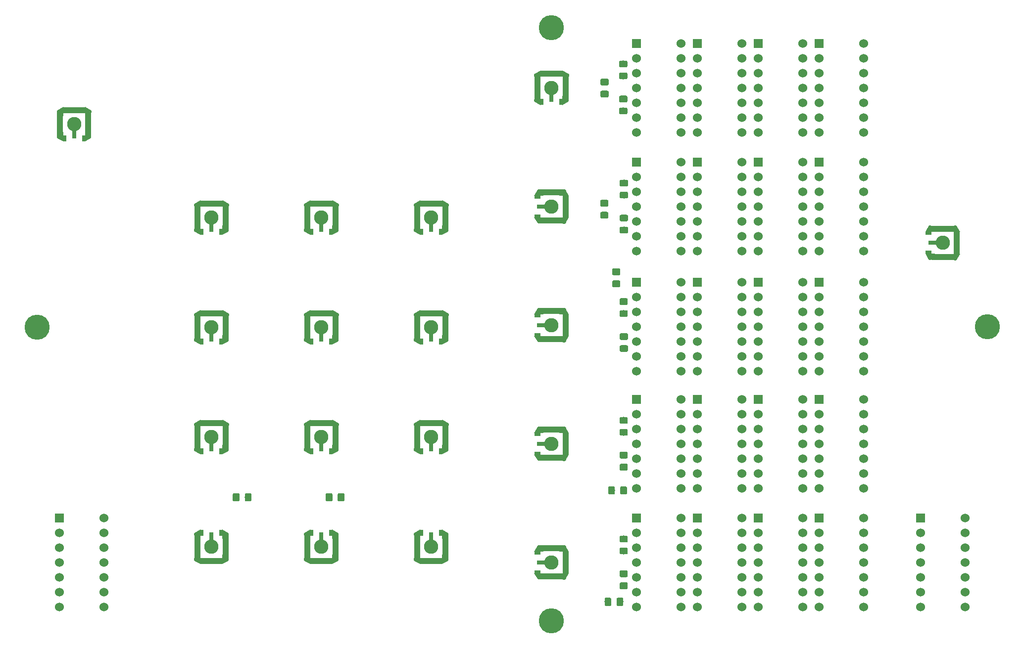
<source format=gts>
G04 #@! TF.GenerationSoftware,KiCad,Pcbnew,(5.0.0)*
G04 #@! TF.CreationDate,2018-10-07T15:25:32-07:00*
G04 #@! TF.ProjectId,UFC,5546432E6B696361645F706362000000,A*
G04 #@! TF.SameCoordinates,Original*
G04 #@! TF.FileFunction,Soldermask,Top*
G04 #@! TF.FilePolarity,Negative*
%FSLAX46Y46*%
G04 Gerber Fmt 4.6, Leading zero omitted, Abs format (unit mm)*
G04 Created by KiCad (PCBNEW (5.0.0)) date 10/07/18 15:25:32*
%MOMM*%
%LPD*%
G01*
G04 APERTURE LIST*
%ADD10C,4.300000*%
%ADD11R,1.524000X1.524000*%
%ADD12C,1.524000*%
%ADD13C,0.867506*%
%ADD14C,0.100000*%
%ADD15R,0.608000X1.090000*%
%ADD16R,1.090000X3.920000*%
%ADD17C,2.450000*%
%ADD18R,0.640000X2.450000*%
%ADD19R,3.920000X1.090000*%
%ADD20R,1.090000X0.608000*%
%ADD21R,2.450000X0.640000*%
%ADD22C,1.150000*%
G04 APERTURE END LIST*
D10*
G04 #@! TO.C,MK4*
X228759000Y-94371000D03*
G04 #@! TD*
G04 #@! TO.C,MK2*
X154220000Y-144790000D03*
G04 #@! TD*
D11*
G04 #@! TO.C,DIG0-0*
X168787000Y-45847000D03*
D12*
X168787000Y-48387000D03*
X168787000Y-50927000D03*
X168787000Y-53467000D03*
X168787000Y-56007000D03*
X168787000Y-58547000D03*
X168787000Y-61087000D03*
X176407000Y-45847000D03*
X176407000Y-48387000D03*
X176407000Y-50927000D03*
X176407000Y-53467000D03*
X176407000Y-56007000D03*
X176407000Y-58547000D03*
X176407000Y-61087000D03*
G04 #@! TD*
D11*
G04 #@! TO.C,DIG0-1*
X179201000Y-45847000D03*
D12*
X179201000Y-48387000D03*
X179201000Y-50927000D03*
X179201000Y-53467000D03*
X179201000Y-56007000D03*
X179201000Y-58547000D03*
X179201000Y-61087000D03*
X186821000Y-45847000D03*
X186821000Y-48387000D03*
X186821000Y-50927000D03*
X186821000Y-53467000D03*
X186821000Y-56007000D03*
X186821000Y-58547000D03*
X186821000Y-61087000D03*
G04 #@! TD*
D11*
G04 #@! TO.C,DIG0-2*
X189615000Y-45847000D03*
D12*
X189615000Y-48387000D03*
X189615000Y-50927000D03*
X189615000Y-53467000D03*
X189615000Y-56007000D03*
X189615000Y-58547000D03*
X189615000Y-61087000D03*
X197235000Y-45847000D03*
X197235000Y-48387000D03*
X197235000Y-50927000D03*
X197235000Y-53467000D03*
X197235000Y-56007000D03*
X197235000Y-58547000D03*
X197235000Y-61087000D03*
G04 #@! TD*
D11*
G04 #@! TO.C,DIG0-3*
X200029000Y-45847000D03*
D12*
X200029000Y-48387000D03*
X200029000Y-50927000D03*
X200029000Y-53467000D03*
X200029000Y-56007000D03*
X200029000Y-58547000D03*
X200029000Y-61087000D03*
X207649000Y-45847000D03*
X207649000Y-48387000D03*
X207649000Y-50927000D03*
X207649000Y-53467000D03*
X207649000Y-56007000D03*
X207649000Y-58547000D03*
X207649000Y-61087000D03*
G04 #@! TD*
D11*
G04 #@! TO.C,DIG1-0*
X168787000Y-66167000D03*
D12*
X168787000Y-68707000D03*
X168787000Y-71247000D03*
X168787000Y-73787000D03*
X168787000Y-76327000D03*
X168787000Y-78867000D03*
X168787000Y-81407000D03*
X176407000Y-66167000D03*
X176407000Y-68707000D03*
X176407000Y-71247000D03*
X176407000Y-73787000D03*
X176407000Y-76327000D03*
X176407000Y-78867000D03*
X176407000Y-81407000D03*
G04 #@! TD*
D11*
G04 #@! TO.C,DIG1-1*
X179201000Y-66167000D03*
D12*
X179201000Y-68707000D03*
X179201000Y-71247000D03*
X179201000Y-73787000D03*
X179201000Y-76327000D03*
X179201000Y-78867000D03*
X179201000Y-81407000D03*
X186821000Y-66167000D03*
X186821000Y-68707000D03*
X186821000Y-71247000D03*
X186821000Y-73787000D03*
X186821000Y-76327000D03*
X186821000Y-78867000D03*
X186821000Y-81407000D03*
G04 #@! TD*
D11*
G04 #@! TO.C,DIG1-2*
X189615000Y-66167000D03*
D12*
X189615000Y-68707000D03*
X189615000Y-71247000D03*
X189615000Y-73787000D03*
X189615000Y-76327000D03*
X189615000Y-78867000D03*
X189615000Y-81407000D03*
X197235000Y-66167000D03*
X197235000Y-68707000D03*
X197235000Y-71247000D03*
X197235000Y-73787000D03*
X197235000Y-76327000D03*
X197235000Y-78867000D03*
X197235000Y-81407000D03*
G04 #@! TD*
D11*
G04 #@! TO.C,DIG1-3*
X200029000Y-66167000D03*
D12*
X200029000Y-68707000D03*
X200029000Y-71247000D03*
X200029000Y-73787000D03*
X200029000Y-76327000D03*
X200029000Y-78867000D03*
X200029000Y-81407000D03*
X207649000Y-66167000D03*
X207649000Y-68707000D03*
X207649000Y-71247000D03*
X207649000Y-73787000D03*
X207649000Y-76327000D03*
X207649000Y-78867000D03*
X207649000Y-81407000D03*
G04 #@! TD*
D11*
G04 #@! TO.C,DIG2-0*
X168787000Y-86741000D03*
D12*
X168787000Y-89281000D03*
X168787000Y-91821000D03*
X168787000Y-94361000D03*
X168787000Y-96901000D03*
X168787000Y-99441000D03*
X168787000Y-101981000D03*
X176407000Y-86741000D03*
X176407000Y-89281000D03*
X176407000Y-91821000D03*
X176407000Y-94361000D03*
X176407000Y-96901000D03*
X176407000Y-99441000D03*
X176407000Y-101981000D03*
G04 #@! TD*
D11*
G04 #@! TO.C,DIG2-1*
X179201000Y-86741000D03*
D12*
X179201000Y-89281000D03*
X179201000Y-91821000D03*
X179201000Y-94361000D03*
X179201000Y-96901000D03*
X179201000Y-99441000D03*
X179201000Y-101981000D03*
X186821000Y-86741000D03*
X186821000Y-89281000D03*
X186821000Y-91821000D03*
X186821000Y-94361000D03*
X186821000Y-96901000D03*
X186821000Y-99441000D03*
X186821000Y-101981000D03*
G04 #@! TD*
D11*
G04 #@! TO.C,DIG2-2*
X189615000Y-86741000D03*
D12*
X189615000Y-89281000D03*
X189615000Y-91821000D03*
X189615000Y-94361000D03*
X189615000Y-96901000D03*
X189615000Y-99441000D03*
X189615000Y-101981000D03*
X197235000Y-86741000D03*
X197235000Y-89281000D03*
X197235000Y-91821000D03*
X197235000Y-94361000D03*
X197235000Y-96901000D03*
X197235000Y-99441000D03*
X197235000Y-101981000D03*
G04 #@! TD*
D11*
G04 #@! TO.C,DIG2-3*
X200029000Y-86741000D03*
D12*
X200029000Y-89281000D03*
X200029000Y-91821000D03*
X200029000Y-94361000D03*
X200029000Y-96901000D03*
X200029000Y-99441000D03*
X200029000Y-101981000D03*
X207649000Y-86741000D03*
X207649000Y-89281000D03*
X207649000Y-91821000D03*
X207649000Y-94361000D03*
X207649000Y-96901000D03*
X207649000Y-99441000D03*
X207649000Y-101981000D03*
G04 #@! TD*
D11*
G04 #@! TO.C,DIG3-0*
X168787000Y-106807000D03*
D12*
X168787000Y-109347000D03*
X168787000Y-111887000D03*
X168787000Y-114427000D03*
X168787000Y-116967000D03*
X168787000Y-119507000D03*
X168787000Y-122047000D03*
X176407000Y-106807000D03*
X176407000Y-109347000D03*
X176407000Y-111887000D03*
X176407000Y-114427000D03*
X176407000Y-116967000D03*
X176407000Y-119507000D03*
X176407000Y-122047000D03*
G04 #@! TD*
D11*
G04 #@! TO.C,DIG3-1*
X179201000Y-106807000D03*
D12*
X179201000Y-109347000D03*
X179201000Y-111887000D03*
X179201000Y-114427000D03*
X179201000Y-116967000D03*
X179201000Y-119507000D03*
X179201000Y-122047000D03*
X186821000Y-106807000D03*
X186821000Y-109347000D03*
X186821000Y-111887000D03*
X186821000Y-114427000D03*
X186821000Y-116967000D03*
X186821000Y-119507000D03*
X186821000Y-122047000D03*
G04 #@! TD*
D11*
G04 #@! TO.C,DIG3-2*
X189615000Y-106807000D03*
D12*
X189615000Y-109347000D03*
X189615000Y-111887000D03*
X189615000Y-114427000D03*
X189615000Y-116967000D03*
X189615000Y-119507000D03*
X189615000Y-122047000D03*
X197235000Y-106807000D03*
X197235000Y-109347000D03*
X197235000Y-111887000D03*
X197235000Y-114427000D03*
X197235000Y-116967000D03*
X197235000Y-119507000D03*
X197235000Y-122047000D03*
G04 #@! TD*
D11*
G04 #@! TO.C,DIG3-3*
X200029000Y-106807000D03*
D12*
X200029000Y-109347000D03*
X200029000Y-111887000D03*
X200029000Y-114427000D03*
X200029000Y-116967000D03*
X200029000Y-119507000D03*
X200029000Y-122047000D03*
X207649000Y-106807000D03*
X207649000Y-109347000D03*
X207649000Y-111887000D03*
X207649000Y-114427000D03*
X207649000Y-116967000D03*
X207649000Y-119507000D03*
X207649000Y-122047000D03*
G04 #@! TD*
D11*
G04 #@! TO.C,DIG4-0*
X168787000Y-127127000D03*
D12*
X168787000Y-129667000D03*
X168787000Y-132207000D03*
X168787000Y-134747000D03*
X168787000Y-137287000D03*
X168787000Y-139827000D03*
X168787000Y-142367000D03*
X176407000Y-127127000D03*
X176407000Y-129667000D03*
X176407000Y-132207000D03*
X176407000Y-134747000D03*
X176407000Y-137287000D03*
X176407000Y-139827000D03*
X176407000Y-142367000D03*
G04 #@! TD*
D11*
G04 #@! TO.C,DIG4-1*
X179201000Y-127127000D03*
D12*
X179201000Y-129667000D03*
X179201000Y-132207000D03*
X179201000Y-134747000D03*
X179201000Y-137287000D03*
X179201000Y-139827000D03*
X179201000Y-142367000D03*
X186821000Y-127127000D03*
X186821000Y-129667000D03*
X186821000Y-132207000D03*
X186821000Y-134747000D03*
X186821000Y-137287000D03*
X186821000Y-139827000D03*
X186821000Y-142367000D03*
G04 #@! TD*
D11*
G04 #@! TO.C,DIG4-2*
X189615000Y-127127000D03*
D12*
X189615000Y-129667000D03*
X189615000Y-132207000D03*
X189615000Y-134747000D03*
X189615000Y-137287000D03*
X189615000Y-139827000D03*
X189615000Y-142367000D03*
X197235000Y-127127000D03*
X197235000Y-129667000D03*
X197235000Y-132207000D03*
X197235000Y-134747000D03*
X197235000Y-137287000D03*
X197235000Y-139827000D03*
X197235000Y-142367000D03*
G04 #@! TD*
D11*
G04 #@! TO.C,DIG4-3*
X200029000Y-127127000D03*
D12*
X200029000Y-129667000D03*
X200029000Y-132207000D03*
X200029000Y-134747000D03*
X200029000Y-137287000D03*
X200029000Y-139827000D03*
X200029000Y-142367000D03*
X207649000Y-127127000D03*
X207649000Y-129667000D03*
X207649000Y-132207000D03*
X207649000Y-134747000D03*
X207649000Y-137287000D03*
X207649000Y-139827000D03*
X207649000Y-142367000D03*
G04 #@! TD*
D11*
G04 #@! TO.C,DIG5-0*
X70009000Y-127127000D03*
D12*
X70009000Y-129667000D03*
X70009000Y-132207000D03*
X70009000Y-134747000D03*
X70009000Y-137287000D03*
X70009000Y-139827000D03*
X70009000Y-142367000D03*
X77629000Y-127127000D03*
X77629000Y-129667000D03*
X77629000Y-132207000D03*
X77629000Y-134747000D03*
X77629000Y-137287000D03*
X77629000Y-139827000D03*
X77629000Y-142367000D03*
G04 #@! TD*
D11*
G04 #@! TO.C,DIG5-1*
X217329000Y-127127000D03*
D12*
X217329000Y-129667000D03*
X217329000Y-132207000D03*
X217329000Y-134747000D03*
X217329000Y-137287000D03*
X217329000Y-139827000D03*
X217329000Y-142367000D03*
X224949000Y-127127000D03*
X224949000Y-129667000D03*
X224949000Y-132207000D03*
X224949000Y-134747000D03*
X224949000Y-137287000D03*
X224949000Y-139827000D03*
X224949000Y-142367000D03*
G04 #@! TD*
D13*
G04 #@! TO.C,SW1*
X93644000Y-77842000D03*
D14*
G36*
X94189000Y-78654500D02*
X93099000Y-78029500D01*
X93099000Y-77654500D01*
X94189000Y-77029500D01*
X94189000Y-78654500D01*
X94189000Y-78654500D01*
G37*
D13*
X93644000Y-73542000D03*
D14*
G36*
X94189000Y-74354500D02*
X93099000Y-73729500D01*
X93099000Y-73354500D01*
X94189000Y-72729500D01*
X94189000Y-74354500D01*
X94189000Y-74354500D01*
G37*
D13*
X98444000Y-77842000D03*
D14*
G36*
X97899000Y-77029500D02*
X98989000Y-77654500D01*
X98989000Y-78029500D01*
X97899000Y-78654500D01*
X97899000Y-77029500D01*
X97899000Y-77029500D01*
G37*
D15*
X94444000Y-78092000D03*
D16*
X98459000Y-75692000D03*
D17*
X96044000Y-75692000D03*
D18*
X96044000Y-76942000D03*
D16*
X93629000Y-75692000D03*
D19*
X96044000Y-73277000D03*
D15*
X97644000Y-78092000D03*
D13*
X98494000Y-73542000D03*
D14*
G36*
X97949000Y-72729500D02*
X99039000Y-73354500D01*
X99039000Y-73729500D01*
X97949000Y-74354500D01*
X97949000Y-72729500D01*
X97949000Y-72729500D01*
G37*
G04 #@! TD*
D13*
G04 #@! TO.C,SW2*
X93644000Y-96638000D03*
D14*
G36*
X94189000Y-97450500D02*
X93099000Y-96825500D01*
X93099000Y-96450500D01*
X94189000Y-95825500D01*
X94189000Y-97450500D01*
X94189000Y-97450500D01*
G37*
D13*
X93644000Y-92338000D03*
D14*
G36*
X94189000Y-93150500D02*
X93099000Y-92525500D01*
X93099000Y-92150500D01*
X94189000Y-91525500D01*
X94189000Y-93150500D01*
X94189000Y-93150500D01*
G37*
D13*
X98444000Y-96638000D03*
D14*
G36*
X97899000Y-95825500D02*
X98989000Y-96450500D01*
X98989000Y-96825500D01*
X97899000Y-97450500D01*
X97899000Y-95825500D01*
X97899000Y-95825500D01*
G37*
D15*
X94444000Y-96888000D03*
D16*
X98459000Y-94488000D03*
D17*
X96044000Y-94488000D03*
D18*
X96044000Y-95738000D03*
D16*
X93629000Y-94488000D03*
D19*
X96044000Y-92073000D03*
D15*
X97644000Y-96888000D03*
D13*
X98494000Y-92338000D03*
D14*
G36*
X97949000Y-91525500D02*
X99039000Y-92150500D01*
X99039000Y-92525500D01*
X97949000Y-93150500D01*
X97949000Y-91525500D01*
X97949000Y-91525500D01*
G37*
G04 #@! TD*
D13*
G04 #@! TO.C,SW3*
X93644000Y-115434000D03*
D14*
G36*
X94189000Y-116246500D02*
X93099000Y-115621500D01*
X93099000Y-115246500D01*
X94189000Y-114621500D01*
X94189000Y-116246500D01*
X94189000Y-116246500D01*
G37*
D13*
X93644000Y-111134000D03*
D14*
G36*
X94189000Y-111946500D02*
X93099000Y-111321500D01*
X93099000Y-110946500D01*
X94189000Y-110321500D01*
X94189000Y-111946500D01*
X94189000Y-111946500D01*
G37*
D13*
X98444000Y-115434000D03*
D14*
G36*
X97899000Y-114621500D02*
X98989000Y-115246500D01*
X98989000Y-115621500D01*
X97899000Y-116246500D01*
X97899000Y-114621500D01*
X97899000Y-114621500D01*
G37*
D15*
X94444000Y-115684000D03*
D16*
X98459000Y-113284000D03*
D17*
X96044000Y-113284000D03*
D18*
X96044000Y-114534000D03*
D16*
X93629000Y-113284000D03*
D19*
X96044000Y-110869000D03*
D15*
X97644000Y-115684000D03*
D13*
X98494000Y-111134000D03*
D14*
G36*
X97949000Y-110321500D02*
X99039000Y-110946500D01*
X99039000Y-111321500D01*
X97949000Y-111946500D01*
X97949000Y-110321500D01*
X97949000Y-110321500D01*
G37*
G04 #@! TD*
D13*
G04 #@! TO.C,SW4*
X98444000Y-129930000D03*
D14*
G36*
X97899000Y-129117500D02*
X98989000Y-129742500D01*
X98989000Y-130117500D01*
X97899000Y-130742500D01*
X97899000Y-129117500D01*
X97899000Y-129117500D01*
G37*
D13*
X98444000Y-134230000D03*
D14*
G36*
X97899000Y-133417500D02*
X98989000Y-134042500D01*
X98989000Y-134417500D01*
X97899000Y-135042500D01*
X97899000Y-133417500D01*
X97899000Y-133417500D01*
G37*
D13*
X93644000Y-129930000D03*
D14*
G36*
X94189000Y-130742500D02*
X93099000Y-130117500D01*
X93099000Y-129742500D01*
X94189000Y-129117500D01*
X94189000Y-130742500D01*
X94189000Y-130742500D01*
G37*
D15*
X97644000Y-129680000D03*
D16*
X93629000Y-132080000D03*
D17*
X96044000Y-132080000D03*
D18*
X96044000Y-130830000D03*
D16*
X98459000Y-132080000D03*
D19*
X96044000Y-134495000D03*
D15*
X94444000Y-129680000D03*
D13*
X93594000Y-134230000D03*
D14*
G36*
X94139000Y-135042500D02*
X93049000Y-134417500D01*
X93049000Y-134042500D01*
X94139000Y-133417500D01*
X94139000Y-135042500D01*
X94139000Y-135042500D01*
G37*
G04 #@! TD*
D13*
G04 #@! TO.C,SW5*
X112440000Y-77842000D03*
D14*
G36*
X112985000Y-78654500D02*
X111895000Y-78029500D01*
X111895000Y-77654500D01*
X112985000Y-77029500D01*
X112985000Y-78654500D01*
X112985000Y-78654500D01*
G37*
D13*
X112440000Y-73542000D03*
D14*
G36*
X112985000Y-74354500D02*
X111895000Y-73729500D01*
X111895000Y-73354500D01*
X112985000Y-72729500D01*
X112985000Y-74354500D01*
X112985000Y-74354500D01*
G37*
D13*
X117240000Y-77842000D03*
D14*
G36*
X116695000Y-77029500D02*
X117785000Y-77654500D01*
X117785000Y-78029500D01*
X116695000Y-78654500D01*
X116695000Y-77029500D01*
X116695000Y-77029500D01*
G37*
D15*
X113240000Y-78092000D03*
D16*
X117255000Y-75692000D03*
D17*
X114840000Y-75692000D03*
D18*
X114840000Y-76942000D03*
D16*
X112425000Y-75692000D03*
D19*
X114840000Y-73277000D03*
D15*
X116440000Y-78092000D03*
D13*
X117290000Y-73542000D03*
D14*
G36*
X116745000Y-72729500D02*
X117835000Y-73354500D01*
X117835000Y-73729500D01*
X116745000Y-74354500D01*
X116745000Y-72729500D01*
X116745000Y-72729500D01*
G37*
G04 #@! TD*
D13*
G04 #@! TO.C,SW6*
X112440000Y-96638000D03*
D14*
G36*
X112985000Y-97450500D02*
X111895000Y-96825500D01*
X111895000Y-96450500D01*
X112985000Y-95825500D01*
X112985000Y-97450500D01*
X112985000Y-97450500D01*
G37*
D13*
X112440000Y-92338000D03*
D14*
G36*
X112985000Y-93150500D02*
X111895000Y-92525500D01*
X111895000Y-92150500D01*
X112985000Y-91525500D01*
X112985000Y-93150500D01*
X112985000Y-93150500D01*
G37*
D13*
X117240000Y-96638000D03*
D14*
G36*
X116695000Y-95825500D02*
X117785000Y-96450500D01*
X117785000Y-96825500D01*
X116695000Y-97450500D01*
X116695000Y-95825500D01*
X116695000Y-95825500D01*
G37*
D15*
X113240000Y-96888000D03*
D16*
X117255000Y-94488000D03*
D17*
X114840000Y-94488000D03*
D18*
X114840000Y-95738000D03*
D16*
X112425000Y-94488000D03*
D19*
X114840000Y-92073000D03*
D15*
X116440000Y-96888000D03*
D13*
X117290000Y-92338000D03*
D14*
G36*
X116745000Y-91525500D02*
X117835000Y-92150500D01*
X117835000Y-92525500D01*
X116745000Y-93150500D01*
X116745000Y-91525500D01*
X116745000Y-91525500D01*
G37*
G04 #@! TD*
D13*
G04 #@! TO.C,SW7*
X112440000Y-115434000D03*
D14*
G36*
X112985000Y-116246500D02*
X111895000Y-115621500D01*
X111895000Y-115246500D01*
X112985000Y-114621500D01*
X112985000Y-116246500D01*
X112985000Y-116246500D01*
G37*
D13*
X112440000Y-111134000D03*
D14*
G36*
X112985000Y-111946500D02*
X111895000Y-111321500D01*
X111895000Y-110946500D01*
X112985000Y-110321500D01*
X112985000Y-111946500D01*
X112985000Y-111946500D01*
G37*
D13*
X117240000Y-115434000D03*
D14*
G36*
X116695000Y-114621500D02*
X117785000Y-115246500D01*
X117785000Y-115621500D01*
X116695000Y-116246500D01*
X116695000Y-114621500D01*
X116695000Y-114621500D01*
G37*
D15*
X113240000Y-115684000D03*
D16*
X117255000Y-113284000D03*
D17*
X114840000Y-113284000D03*
D18*
X114840000Y-114534000D03*
D16*
X112425000Y-113284000D03*
D19*
X114840000Y-110869000D03*
D15*
X116440000Y-115684000D03*
D13*
X117290000Y-111134000D03*
D14*
G36*
X116745000Y-110321500D02*
X117835000Y-110946500D01*
X117835000Y-111321500D01*
X116745000Y-111946500D01*
X116745000Y-110321500D01*
X116745000Y-110321500D01*
G37*
G04 #@! TD*
D13*
G04 #@! TO.C,SW8*
X117240000Y-129930000D03*
D14*
G36*
X116695000Y-129117500D02*
X117785000Y-129742500D01*
X117785000Y-130117500D01*
X116695000Y-130742500D01*
X116695000Y-129117500D01*
X116695000Y-129117500D01*
G37*
D13*
X117240000Y-134230000D03*
D14*
G36*
X116695000Y-133417500D02*
X117785000Y-134042500D01*
X117785000Y-134417500D01*
X116695000Y-135042500D01*
X116695000Y-133417500D01*
X116695000Y-133417500D01*
G37*
D13*
X112440000Y-129930000D03*
D14*
G36*
X112985000Y-130742500D02*
X111895000Y-130117500D01*
X111895000Y-129742500D01*
X112985000Y-129117500D01*
X112985000Y-130742500D01*
X112985000Y-130742500D01*
G37*
D15*
X116440000Y-129680000D03*
D16*
X112425000Y-132080000D03*
D17*
X114840000Y-132080000D03*
D18*
X114840000Y-130830000D03*
D16*
X117255000Y-132080000D03*
D19*
X114840000Y-134495000D03*
D15*
X113240000Y-129680000D03*
D13*
X112390000Y-134230000D03*
D14*
G36*
X112935000Y-135042500D02*
X111845000Y-134417500D01*
X111845000Y-134042500D01*
X112935000Y-133417500D01*
X112935000Y-135042500D01*
X112935000Y-135042500D01*
G37*
G04 #@! TD*
D13*
G04 #@! TO.C,SW9*
X70149000Y-61840000D03*
D14*
G36*
X70694000Y-62652500D02*
X69604000Y-62027500D01*
X69604000Y-61652500D01*
X70694000Y-61027500D01*
X70694000Y-62652500D01*
X70694000Y-62652500D01*
G37*
D13*
X70149000Y-57540000D03*
D14*
G36*
X70694000Y-58352500D02*
X69604000Y-57727500D01*
X69604000Y-57352500D01*
X70694000Y-56727500D01*
X70694000Y-58352500D01*
X70694000Y-58352500D01*
G37*
D13*
X74949000Y-61840000D03*
D14*
G36*
X74404000Y-61027500D02*
X75494000Y-61652500D01*
X75494000Y-62027500D01*
X74404000Y-62652500D01*
X74404000Y-61027500D01*
X74404000Y-61027500D01*
G37*
D15*
X70949000Y-62090000D03*
D16*
X74964000Y-59690000D03*
D17*
X72549000Y-59690000D03*
D18*
X72549000Y-60940000D03*
D16*
X70134000Y-59690000D03*
D19*
X72549000Y-57275000D03*
D15*
X74149000Y-62090000D03*
D13*
X74999000Y-57540000D03*
D14*
G36*
X74454000Y-56727500D02*
X75544000Y-57352500D01*
X75544000Y-57727500D01*
X74454000Y-58352500D01*
X74454000Y-56727500D01*
X74454000Y-56727500D01*
G37*
G04 #@! TD*
D13*
G04 #@! TO.C,SW10*
X131236000Y-77842000D03*
D14*
G36*
X131781000Y-78654500D02*
X130691000Y-78029500D01*
X130691000Y-77654500D01*
X131781000Y-77029500D01*
X131781000Y-78654500D01*
X131781000Y-78654500D01*
G37*
D13*
X131236000Y-73542000D03*
D14*
G36*
X131781000Y-74354500D02*
X130691000Y-73729500D01*
X130691000Y-73354500D01*
X131781000Y-72729500D01*
X131781000Y-74354500D01*
X131781000Y-74354500D01*
G37*
D13*
X136036000Y-77842000D03*
D14*
G36*
X135491000Y-77029500D02*
X136581000Y-77654500D01*
X136581000Y-78029500D01*
X135491000Y-78654500D01*
X135491000Y-77029500D01*
X135491000Y-77029500D01*
G37*
D15*
X132036000Y-78092000D03*
D16*
X136051000Y-75692000D03*
D17*
X133636000Y-75692000D03*
D18*
X133636000Y-76942000D03*
D16*
X131221000Y-75692000D03*
D19*
X133636000Y-73277000D03*
D15*
X135236000Y-78092000D03*
D13*
X136086000Y-73542000D03*
D14*
G36*
X135541000Y-72729500D02*
X136631000Y-73354500D01*
X136631000Y-73729500D01*
X135541000Y-74354500D01*
X135541000Y-72729500D01*
X135541000Y-72729500D01*
G37*
G04 #@! TD*
D13*
G04 #@! TO.C,SW11*
X131236000Y-96638000D03*
D14*
G36*
X131781000Y-97450500D02*
X130691000Y-96825500D01*
X130691000Y-96450500D01*
X131781000Y-95825500D01*
X131781000Y-97450500D01*
X131781000Y-97450500D01*
G37*
D13*
X131236000Y-92338000D03*
D14*
G36*
X131781000Y-93150500D02*
X130691000Y-92525500D01*
X130691000Y-92150500D01*
X131781000Y-91525500D01*
X131781000Y-93150500D01*
X131781000Y-93150500D01*
G37*
D13*
X136036000Y-96638000D03*
D14*
G36*
X135491000Y-95825500D02*
X136581000Y-96450500D01*
X136581000Y-96825500D01*
X135491000Y-97450500D01*
X135491000Y-95825500D01*
X135491000Y-95825500D01*
G37*
D15*
X132036000Y-96888000D03*
D16*
X136051000Y-94488000D03*
D17*
X133636000Y-94488000D03*
D18*
X133636000Y-95738000D03*
D16*
X131221000Y-94488000D03*
D19*
X133636000Y-92073000D03*
D15*
X135236000Y-96888000D03*
D13*
X136086000Y-92338000D03*
D14*
G36*
X135541000Y-91525500D02*
X136631000Y-92150500D01*
X136631000Y-92525500D01*
X135541000Y-93150500D01*
X135541000Y-91525500D01*
X135541000Y-91525500D01*
G37*
G04 #@! TD*
D13*
G04 #@! TO.C,SW12*
X131236000Y-115434000D03*
D14*
G36*
X131781000Y-116246500D02*
X130691000Y-115621500D01*
X130691000Y-115246500D01*
X131781000Y-114621500D01*
X131781000Y-116246500D01*
X131781000Y-116246500D01*
G37*
D13*
X131236000Y-111134000D03*
D14*
G36*
X131781000Y-111946500D02*
X130691000Y-111321500D01*
X130691000Y-110946500D01*
X131781000Y-110321500D01*
X131781000Y-111946500D01*
X131781000Y-111946500D01*
G37*
D13*
X136036000Y-115434000D03*
D14*
G36*
X135491000Y-114621500D02*
X136581000Y-115246500D01*
X136581000Y-115621500D01*
X135491000Y-116246500D01*
X135491000Y-114621500D01*
X135491000Y-114621500D01*
G37*
D15*
X132036000Y-115684000D03*
D16*
X136051000Y-113284000D03*
D17*
X133636000Y-113284000D03*
D18*
X133636000Y-114534000D03*
D16*
X131221000Y-113284000D03*
D19*
X133636000Y-110869000D03*
D15*
X135236000Y-115684000D03*
D13*
X136086000Y-111134000D03*
D14*
G36*
X135541000Y-110321500D02*
X136631000Y-110946500D01*
X136631000Y-111321500D01*
X135541000Y-111946500D01*
X135541000Y-110321500D01*
X135541000Y-110321500D01*
G37*
G04 #@! TD*
D13*
G04 #@! TO.C,SW13*
X136036000Y-129930000D03*
D14*
G36*
X135491000Y-129117500D02*
X136581000Y-129742500D01*
X136581000Y-130117500D01*
X135491000Y-130742500D01*
X135491000Y-129117500D01*
X135491000Y-129117500D01*
G37*
D13*
X136036000Y-134230000D03*
D14*
G36*
X135491000Y-133417500D02*
X136581000Y-134042500D01*
X136581000Y-134417500D01*
X135491000Y-135042500D01*
X135491000Y-133417500D01*
X135491000Y-133417500D01*
G37*
D13*
X131236000Y-129930000D03*
D14*
G36*
X131781000Y-130742500D02*
X130691000Y-130117500D01*
X130691000Y-129742500D01*
X131781000Y-129117500D01*
X131781000Y-130742500D01*
X131781000Y-130742500D01*
G37*
D15*
X135236000Y-129680000D03*
D16*
X131221000Y-132080000D03*
D17*
X133636000Y-132080000D03*
D18*
X133636000Y-130830000D03*
D16*
X136051000Y-132080000D03*
D19*
X133636000Y-134495000D03*
D15*
X132036000Y-129680000D03*
D13*
X131186000Y-134230000D03*
D14*
G36*
X131731000Y-135042500D02*
X130641000Y-134417500D01*
X130641000Y-134042500D01*
X131731000Y-133417500D01*
X131731000Y-135042500D01*
X131731000Y-135042500D01*
G37*
G04 #@! TD*
D13*
G04 #@! TO.C,SW14*
X218989000Y-77610000D03*
D14*
G36*
X218176500Y-78155000D02*
X218801500Y-77065000D01*
X219176500Y-77065000D01*
X219801500Y-78155000D01*
X218176500Y-78155000D01*
X218176500Y-78155000D01*
G37*
D13*
X223289000Y-77610000D03*
D14*
G36*
X222476500Y-78155000D02*
X223101500Y-77065000D01*
X223476500Y-77065000D01*
X224101500Y-78155000D01*
X222476500Y-78155000D01*
X222476500Y-78155000D01*
G37*
D13*
X218989000Y-82410000D03*
D14*
G36*
X219801500Y-81865000D02*
X219176500Y-82955000D01*
X218801500Y-82955000D01*
X218176500Y-81865000D01*
X219801500Y-81865000D01*
X219801500Y-81865000D01*
G37*
D20*
X218739000Y-78410000D03*
D19*
X221139000Y-82425000D03*
D17*
X221139000Y-80010000D03*
D21*
X219889000Y-80010000D03*
D19*
X221139000Y-77595000D03*
D16*
X223554000Y-80010000D03*
D20*
X218739000Y-81610000D03*
D13*
X223289000Y-82460000D03*
D14*
G36*
X224101500Y-81915000D02*
X223476500Y-83005000D01*
X223101500Y-83005000D01*
X222476500Y-81915000D01*
X224101500Y-81915000D01*
X224101500Y-81915000D01*
G37*
G04 #@! TD*
D13*
G04 #@! TO.C,SW15*
X152060000Y-71387000D03*
D14*
G36*
X151247500Y-71932000D02*
X151872500Y-70842000D01*
X152247500Y-70842000D01*
X152872500Y-71932000D01*
X151247500Y-71932000D01*
X151247500Y-71932000D01*
G37*
D13*
X156360000Y-71387000D03*
D14*
G36*
X155547500Y-71932000D02*
X156172500Y-70842000D01*
X156547500Y-70842000D01*
X157172500Y-71932000D01*
X155547500Y-71932000D01*
X155547500Y-71932000D01*
G37*
D13*
X152060000Y-76187000D03*
D14*
G36*
X152872500Y-75642000D02*
X152247500Y-76732000D01*
X151872500Y-76732000D01*
X151247500Y-75642000D01*
X152872500Y-75642000D01*
X152872500Y-75642000D01*
G37*
D20*
X151810000Y-72187000D03*
D19*
X154210000Y-76202000D03*
D17*
X154210000Y-73787000D03*
D21*
X152960000Y-73787000D03*
D19*
X154210000Y-71372000D03*
D16*
X156625000Y-73787000D03*
D20*
X151810000Y-75387000D03*
D13*
X156360000Y-76237000D03*
D14*
G36*
X157172500Y-75692000D02*
X156547500Y-76782000D01*
X156172500Y-76782000D01*
X155547500Y-75692000D01*
X157172500Y-75692000D01*
X157172500Y-75692000D01*
G37*
G04 #@! TD*
D13*
G04 #@! TO.C,SW16*
X152060000Y-91707000D03*
D14*
G36*
X151247500Y-92252000D02*
X151872500Y-91162000D01*
X152247500Y-91162000D01*
X152872500Y-92252000D01*
X151247500Y-92252000D01*
X151247500Y-92252000D01*
G37*
D13*
X156360000Y-91707000D03*
D14*
G36*
X155547500Y-92252000D02*
X156172500Y-91162000D01*
X156547500Y-91162000D01*
X157172500Y-92252000D01*
X155547500Y-92252000D01*
X155547500Y-92252000D01*
G37*
D13*
X152060000Y-96507000D03*
D14*
G36*
X152872500Y-95962000D02*
X152247500Y-97052000D01*
X151872500Y-97052000D01*
X151247500Y-95962000D01*
X152872500Y-95962000D01*
X152872500Y-95962000D01*
G37*
D20*
X151810000Y-92507000D03*
D19*
X154210000Y-96522000D03*
D17*
X154210000Y-94107000D03*
D21*
X152960000Y-94107000D03*
D19*
X154210000Y-91692000D03*
D16*
X156625000Y-94107000D03*
D20*
X151810000Y-95707000D03*
D13*
X156360000Y-96557000D03*
D14*
G36*
X157172500Y-96012000D02*
X156547500Y-97102000D01*
X156172500Y-97102000D01*
X155547500Y-96012000D01*
X157172500Y-96012000D01*
X157172500Y-96012000D01*
G37*
G04 #@! TD*
D13*
G04 #@! TO.C,SW17*
X152060000Y-112027000D03*
D14*
G36*
X151247500Y-112572000D02*
X151872500Y-111482000D01*
X152247500Y-111482000D01*
X152872500Y-112572000D01*
X151247500Y-112572000D01*
X151247500Y-112572000D01*
G37*
D13*
X156360000Y-112027000D03*
D14*
G36*
X155547500Y-112572000D02*
X156172500Y-111482000D01*
X156547500Y-111482000D01*
X157172500Y-112572000D01*
X155547500Y-112572000D01*
X155547500Y-112572000D01*
G37*
D13*
X152060000Y-116827000D03*
D14*
G36*
X152872500Y-116282000D02*
X152247500Y-117372000D01*
X151872500Y-117372000D01*
X151247500Y-116282000D01*
X152872500Y-116282000D01*
X152872500Y-116282000D01*
G37*
D20*
X151810000Y-112827000D03*
D19*
X154210000Y-116842000D03*
D17*
X154210000Y-114427000D03*
D21*
X152960000Y-114427000D03*
D19*
X154210000Y-112012000D03*
D16*
X156625000Y-114427000D03*
D20*
X151810000Y-116027000D03*
D13*
X156360000Y-116877000D03*
D14*
G36*
X157172500Y-116332000D02*
X156547500Y-117422000D01*
X156172500Y-117422000D01*
X155547500Y-116332000D01*
X157172500Y-116332000D01*
X157172500Y-116332000D01*
G37*
G04 #@! TD*
D13*
G04 #@! TO.C,SW18*
X152060000Y-132347000D03*
D14*
G36*
X151247500Y-132892000D02*
X151872500Y-131802000D01*
X152247500Y-131802000D01*
X152872500Y-132892000D01*
X151247500Y-132892000D01*
X151247500Y-132892000D01*
G37*
D13*
X156360000Y-132347000D03*
D14*
G36*
X155547500Y-132892000D02*
X156172500Y-131802000D01*
X156547500Y-131802000D01*
X157172500Y-132892000D01*
X155547500Y-132892000D01*
X155547500Y-132892000D01*
G37*
D13*
X152060000Y-137147000D03*
D14*
G36*
X152872500Y-136602000D02*
X152247500Y-137692000D01*
X151872500Y-137692000D01*
X151247500Y-136602000D01*
X152872500Y-136602000D01*
X152872500Y-136602000D01*
G37*
D20*
X151810000Y-133147000D03*
D19*
X154210000Y-137162000D03*
D17*
X154210000Y-134747000D03*
D21*
X152960000Y-134747000D03*
D19*
X154210000Y-132332000D03*
D16*
X156625000Y-134747000D03*
D20*
X151810000Y-136347000D03*
D13*
X156360000Y-137197000D03*
D14*
G36*
X157172500Y-136652000D02*
X156547500Y-137742000D01*
X156172500Y-137742000D01*
X155547500Y-136652000D01*
X157172500Y-136652000D01*
X157172500Y-136652000D01*
G37*
G04 #@! TD*
D13*
G04 #@! TO.C,SW19*
X151810000Y-55617000D03*
D14*
G36*
X152355000Y-56429500D02*
X151265000Y-55804500D01*
X151265000Y-55429500D01*
X152355000Y-54804500D01*
X152355000Y-56429500D01*
X152355000Y-56429500D01*
G37*
D13*
X151810000Y-51317000D03*
D14*
G36*
X152355000Y-52129500D02*
X151265000Y-51504500D01*
X151265000Y-51129500D01*
X152355000Y-50504500D01*
X152355000Y-52129500D01*
X152355000Y-52129500D01*
G37*
D13*
X156610000Y-55617000D03*
D14*
G36*
X156065000Y-54804500D02*
X157155000Y-55429500D01*
X157155000Y-55804500D01*
X156065000Y-56429500D01*
X156065000Y-54804500D01*
X156065000Y-54804500D01*
G37*
D15*
X152610000Y-55867000D03*
D16*
X156625000Y-53467000D03*
D17*
X154210000Y-53467000D03*
D18*
X154210000Y-54717000D03*
D16*
X151795000Y-53467000D03*
D19*
X154210000Y-51052000D03*
D15*
X155810000Y-55867000D03*
D13*
X156660000Y-51317000D03*
D14*
G36*
X156115000Y-50504500D02*
X157205000Y-51129500D01*
X157205000Y-51504500D01*
X156115000Y-52129500D01*
X156115000Y-50504500D01*
X156115000Y-50504500D01*
G37*
G04 #@! TD*
D10*
G04 #@! TO.C,MK3*
X154210000Y-43200000D03*
G04 #@! TD*
G04 #@! TO.C,MK1*
X66199000Y-94497900D03*
G04 #@! TD*
D14*
G04 #@! TO.C,D1*
G36*
X166974505Y-48801204D02*
X166998773Y-48804804D01*
X167022572Y-48810765D01*
X167045671Y-48819030D01*
X167067850Y-48829520D01*
X167088893Y-48842132D01*
X167108599Y-48856747D01*
X167126777Y-48873223D01*
X167143253Y-48891401D01*
X167157868Y-48911107D01*
X167170480Y-48932150D01*
X167180970Y-48954329D01*
X167189235Y-48977428D01*
X167195196Y-49001227D01*
X167198796Y-49025495D01*
X167200000Y-49049999D01*
X167200000Y-49700001D01*
X167198796Y-49724505D01*
X167195196Y-49748773D01*
X167189235Y-49772572D01*
X167180970Y-49795671D01*
X167170480Y-49817850D01*
X167157868Y-49838893D01*
X167143253Y-49858599D01*
X167126777Y-49876777D01*
X167108599Y-49893253D01*
X167088893Y-49907868D01*
X167067850Y-49920480D01*
X167045671Y-49930970D01*
X167022572Y-49939235D01*
X166998773Y-49945196D01*
X166974505Y-49948796D01*
X166950001Y-49950000D01*
X166049999Y-49950000D01*
X166025495Y-49948796D01*
X166001227Y-49945196D01*
X165977428Y-49939235D01*
X165954329Y-49930970D01*
X165932150Y-49920480D01*
X165911107Y-49907868D01*
X165891401Y-49893253D01*
X165873223Y-49876777D01*
X165856747Y-49858599D01*
X165842132Y-49838893D01*
X165829520Y-49817850D01*
X165819030Y-49795671D01*
X165810765Y-49772572D01*
X165804804Y-49748773D01*
X165801204Y-49724505D01*
X165800000Y-49700001D01*
X165800000Y-49049999D01*
X165801204Y-49025495D01*
X165804804Y-49001227D01*
X165810765Y-48977428D01*
X165819030Y-48954329D01*
X165829520Y-48932150D01*
X165842132Y-48911107D01*
X165856747Y-48891401D01*
X165873223Y-48873223D01*
X165891401Y-48856747D01*
X165911107Y-48842132D01*
X165932150Y-48829520D01*
X165954329Y-48819030D01*
X165977428Y-48810765D01*
X166001227Y-48804804D01*
X166025495Y-48801204D01*
X166049999Y-48800000D01*
X166950001Y-48800000D01*
X166974505Y-48801204D01*
X166974505Y-48801204D01*
G37*
D22*
X166500000Y-49375000D03*
D14*
G36*
X166974505Y-50851204D02*
X166998773Y-50854804D01*
X167022572Y-50860765D01*
X167045671Y-50869030D01*
X167067850Y-50879520D01*
X167088893Y-50892132D01*
X167108599Y-50906747D01*
X167126777Y-50923223D01*
X167143253Y-50941401D01*
X167157868Y-50961107D01*
X167170480Y-50982150D01*
X167180970Y-51004329D01*
X167189235Y-51027428D01*
X167195196Y-51051227D01*
X167198796Y-51075495D01*
X167200000Y-51099999D01*
X167200000Y-51750001D01*
X167198796Y-51774505D01*
X167195196Y-51798773D01*
X167189235Y-51822572D01*
X167180970Y-51845671D01*
X167170480Y-51867850D01*
X167157868Y-51888893D01*
X167143253Y-51908599D01*
X167126777Y-51926777D01*
X167108599Y-51943253D01*
X167088893Y-51957868D01*
X167067850Y-51970480D01*
X167045671Y-51980970D01*
X167022572Y-51989235D01*
X166998773Y-51995196D01*
X166974505Y-51998796D01*
X166950001Y-52000000D01*
X166049999Y-52000000D01*
X166025495Y-51998796D01*
X166001227Y-51995196D01*
X165977428Y-51989235D01*
X165954329Y-51980970D01*
X165932150Y-51970480D01*
X165911107Y-51957868D01*
X165891401Y-51943253D01*
X165873223Y-51926777D01*
X165856747Y-51908599D01*
X165842132Y-51888893D01*
X165829520Y-51867850D01*
X165819030Y-51845671D01*
X165810765Y-51822572D01*
X165804804Y-51798773D01*
X165801204Y-51774505D01*
X165800000Y-51750001D01*
X165800000Y-51099999D01*
X165801204Y-51075495D01*
X165804804Y-51051227D01*
X165810765Y-51027428D01*
X165819030Y-51004329D01*
X165829520Y-50982150D01*
X165842132Y-50961107D01*
X165856747Y-50941401D01*
X165873223Y-50923223D01*
X165891401Y-50906747D01*
X165911107Y-50892132D01*
X165932150Y-50879520D01*
X165954329Y-50869030D01*
X165977428Y-50860765D01*
X166001227Y-50854804D01*
X166025495Y-50851204D01*
X166049999Y-50850000D01*
X166950001Y-50850000D01*
X166974505Y-50851204D01*
X166974505Y-50851204D01*
G37*
D22*
X166500000Y-51425000D03*
G04 #@! TD*
D14*
G04 #@! TO.C,D2*
G36*
X167074505Y-71251204D02*
X167098773Y-71254804D01*
X167122572Y-71260765D01*
X167145671Y-71269030D01*
X167167850Y-71279520D01*
X167188893Y-71292132D01*
X167208599Y-71306747D01*
X167226777Y-71323223D01*
X167243253Y-71341401D01*
X167257868Y-71361107D01*
X167270480Y-71382150D01*
X167280970Y-71404329D01*
X167289235Y-71427428D01*
X167295196Y-71451227D01*
X167298796Y-71475495D01*
X167300000Y-71499999D01*
X167300000Y-72150001D01*
X167298796Y-72174505D01*
X167295196Y-72198773D01*
X167289235Y-72222572D01*
X167280970Y-72245671D01*
X167270480Y-72267850D01*
X167257868Y-72288893D01*
X167243253Y-72308599D01*
X167226777Y-72326777D01*
X167208599Y-72343253D01*
X167188893Y-72357868D01*
X167167850Y-72370480D01*
X167145671Y-72380970D01*
X167122572Y-72389235D01*
X167098773Y-72395196D01*
X167074505Y-72398796D01*
X167050001Y-72400000D01*
X166149999Y-72400000D01*
X166125495Y-72398796D01*
X166101227Y-72395196D01*
X166077428Y-72389235D01*
X166054329Y-72380970D01*
X166032150Y-72370480D01*
X166011107Y-72357868D01*
X165991401Y-72343253D01*
X165973223Y-72326777D01*
X165956747Y-72308599D01*
X165942132Y-72288893D01*
X165929520Y-72267850D01*
X165919030Y-72245671D01*
X165910765Y-72222572D01*
X165904804Y-72198773D01*
X165901204Y-72174505D01*
X165900000Y-72150001D01*
X165900000Y-71499999D01*
X165901204Y-71475495D01*
X165904804Y-71451227D01*
X165910765Y-71427428D01*
X165919030Y-71404329D01*
X165929520Y-71382150D01*
X165942132Y-71361107D01*
X165956747Y-71341401D01*
X165973223Y-71323223D01*
X165991401Y-71306747D01*
X166011107Y-71292132D01*
X166032150Y-71279520D01*
X166054329Y-71269030D01*
X166077428Y-71260765D01*
X166101227Y-71254804D01*
X166125495Y-71251204D01*
X166149999Y-71250000D01*
X167050001Y-71250000D01*
X167074505Y-71251204D01*
X167074505Y-71251204D01*
G37*
D22*
X166600000Y-71825000D03*
D14*
G36*
X167074505Y-69201204D02*
X167098773Y-69204804D01*
X167122572Y-69210765D01*
X167145671Y-69219030D01*
X167167850Y-69229520D01*
X167188893Y-69242132D01*
X167208599Y-69256747D01*
X167226777Y-69273223D01*
X167243253Y-69291401D01*
X167257868Y-69311107D01*
X167270480Y-69332150D01*
X167280970Y-69354329D01*
X167289235Y-69377428D01*
X167295196Y-69401227D01*
X167298796Y-69425495D01*
X167300000Y-69449999D01*
X167300000Y-70100001D01*
X167298796Y-70124505D01*
X167295196Y-70148773D01*
X167289235Y-70172572D01*
X167280970Y-70195671D01*
X167270480Y-70217850D01*
X167257868Y-70238893D01*
X167243253Y-70258599D01*
X167226777Y-70276777D01*
X167208599Y-70293253D01*
X167188893Y-70307868D01*
X167167850Y-70320480D01*
X167145671Y-70330970D01*
X167122572Y-70339235D01*
X167098773Y-70345196D01*
X167074505Y-70348796D01*
X167050001Y-70350000D01*
X166149999Y-70350000D01*
X166125495Y-70348796D01*
X166101227Y-70345196D01*
X166077428Y-70339235D01*
X166054329Y-70330970D01*
X166032150Y-70320480D01*
X166011107Y-70307868D01*
X165991401Y-70293253D01*
X165973223Y-70276777D01*
X165956747Y-70258599D01*
X165942132Y-70238893D01*
X165929520Y-70217850D01*
X165919030Y-70195671D01*
X165910765Y-70172572D01*
X165904804Y-70148773D01*
X165901204Y-70124505D01*
X165900000Y-70100001D01*
X165900000Y-69449999D01*
X165901204Y-69425495D01*
X165904804Y-69401227D01*
X165910765Y-69377428D01*
X165919030Y-69354329D01*
X165929520Y-69332150D01*
X165942132Y-69311107D01*
X165956747Y-69291401D01*
X165973223Y-69273223D01*
X165991401Y-69256747D01*
X166011107Y-69242132D01*
X166032150Y-69229520D01*
X166054329Y-69219030D01*
X166077428Y-69210765D01*
X166101227Y-69204804D01*
X166125495Y-69201204D01*
X166149999Y-69200000D01*
X167050001Y-69200000D01*
X167074505Y-69201204D01*
X167074505Y-69201204D01*
G37*
D22*
X166600000Y-69775000D03*
G04 #@! TD*
D14*
G04 #@! TO.C,D3*
G36*
X167041505Y-89501204D02*
X167065773Y-89504804D01*
X167089572Y-89510765D01*
X167112671Y-89519030D01*
X167134850Y-89529520D01*
X167155893Y-89542132D01*
X167175599Y-89556747D01*
X167193777Y-89573223D01*
X167210253Y-89591401D01*
X167224868Y-89611107D01*
X167237480Y-89632150D01*
X167247970Y-89654329D01*
X167256235Y-89677428D01*
X167262196Y-89701227D01*
X167265796Y-89725495D01*
X167267000Y-89749999D01*
X167267000Y-90400001D01*
X167265796Y-90424505D01*
X167262196Y-90448773D01*
X167256235Y-90472572D01*
X167247970Y-90495671D01*
X167237480Y-90517850D01*
X167224868Y-90538893D01*
X167210253Y-90558599D01*
X167193777Y-90576777D01*
X167175599Y-90593253D01*
X167155893Y-90607868D01*
X167134850Y-90620480D01*
X167112671Y-90630970D01*
X167089572Y-90639235D01*
X167065773Y-90645196D01*
X167041505Y-90648796D01*
X167017001Y-90650000D01*
X166116999Y-90650000D01*
X166092495Y-90648796D01*
X166068227Y-90645196D01*
X166044428Y-90639235D01*
X166021329Y-90630970D01*
X165999150Y-90620480D01*
X165978107Y-90607868D01*
X165958401Y-90593253D01*
X165940223Y-90576777D01*
X165923747Y-90558599D01*
X165909132Y-90538893D01*
X165896520Y-90517850D01*
X165886030Y-90495671D01*
X165877765Y-90472572D01*
X165871804Y-90448773D01*
X165868204Y-90424505D01*
X165867000Y-90400001D01*
X165867000Y-89749999D01*
X165868204Y-89725495D01*
X165871804Y-89701227D01*
X165877765Y-89677428D01*
X165886030Y-89654329D01*
X165896520Y-89632150D01*
X165909132Y-89611107D01*
X165923747Y-89591401D01*
X165940223Y-89573223D01*
X165958401Y-89556747D01*
X165978107Y-89542132D01*
X165999150Y-89529520D01*
X166021329Y-89519030D01*
X166044428Y-89510765D01*
X166068227Y-89504804D01*
X166092495Y-89501204D01*
X166116999Y-89500000D01*
X167017001Y-89500000D01*
X167041505Y-89501204D01*
X167041505Y-89501204D01*
G37*
D22*
X166567000Y-90075000D03*
D14*
G36*
X167041505Y-91551204D02*
X167065773Y-91554804D01*
X167089572Y-91560765D01*
X167112671Y-91569030D01*
X167134850Y-91579520D01*
X167155893Y-91592132D01*
X167175599Y-91606747D01*
X167193777Y-91623223D01*
X167210253Y-91641401D01*
X167224868Y-91661107D01*
X167237480Y-91682150D01*
X167247970Y-91704329D01*
X167256235Y-91727428D01*
X167262196Y-91751227D01*
X167265796Y-91775495D01*
X167267000Y-91799999D01*
X167267000Y-92450001D01*
X167265796Y-92474505D01*
X167262196Y-92498773D01*
X167256235Y-92522572D01*
X167247970Y-92545671D01*
X167237480Y-92567850D01*
X167224868Y-92588893D01*
X167210253Y-92608599D01*
X167193777Y-92626777D01*
X167175599Y-92643253D01*
X167155893Y-92657868D01*
X167134850Y-92670480D01*
X167112671Y-92680970D01*
X167089572Y-92689235D01*
X167065773Y-92695196D01*
X167041505Y-92698796D01*
X167017001Y-92700000D01*
X166116999Y-92700000D01*
X166092495Y-92698796D01*
X166068227Y-92695196D01*
X166044428Y-92689235D01*
X166021329Y-92680970D01*
X165999150Y-92670480D01*
X165978107Y-92657868D01*
X165958401Y-92643253D01*
X165940223Y-92626777D01*
X165923747Y-92608599D01*
X165909132Y-92588893D01*
X165896520Y-92567850D01*
X165886030Y-92545671D01*
X165877765Y-92522572D01*
X165871804Y-92498773D01*
X165868204Y-92474505D01*
X165867000Y-92450001D01*
X165867000Y-91799999D01*
X165868204Y-91775495D01*
X165871804Y-91751227D01*
X165877765Y-91727428D01*
X165886030Y-91704329D01*
X165896520Y-91682150D01*
X165909132Y-91661107D01*
X165923747Y-91641401D01*
X165940223Y-91623223D01*
X165958401Y-91606747D01*
X165978107Y-91592132D01*
X165999150Y-91579520D01*
X166021329Y-91569030D01*
X166044428Y-91560765D01*
X166068227Y-91554804D01*
X166092495Y-91551204D01*
X166116999Y-91550000D01*
X167017001Y-91550000D01*
X167041505Y-91551204D01*
X167041505Y-91551204D01*
G37*
D22*
X166567000Y-92125000D03*
G04 #@! TD*
D14*
G04 #@! TO.C,D4*
G36*
X167041505Y-117855204D02*
X167065773Y-117858804D01*
X167089572Y-117864765D01*
X167112671Y-117873030D01*
X167134850Y-117883520D01*
X167155893Y-117896132D01*
X167175599Y-117910747D01*
X167193777Y-117927223D01*
X167210253Y-117945401D01*
X167224868Y-117965107D01*
X167237480Y-117986150D01*
X167247970Y-118008329D01*
X167256235Y-118031428D01*
X167262196Y-118055227D01*
X167265796Y-118079495D01*
X167267000Y-118103999D01*
X167267000Y-118754001D01*
X167265796Y-118778505D01*
X167262196Y-118802773D01*
X167256235Y-118826572D01*
X167247970Y-118849671D01*
X167237480Y-118871850D01*
X167224868Y-118892893D01*
X167210253Y-118912599D01*
X167193777Y-118930777D01*
X167175599Y-118947253D01*
X167155893Y-118961868D01*
X167134850Y-118974480D01*
X167112671Y-118984970D01*
X167089572Y-118993235D01*
X167065773Y-118999196D01*
X167041505Y-119002796D01*
X167017001Y-119004000D01*
X166116999Y-119004000D01*
X166092495Y-119002796D01*
X166068227Y-118999196D01*
X166044428Y-118993235D01*
X166021329Y-118984970D01*
X165999150Y-118974480D01*
X165978107Y-118961868D01*
X165958401Y-118947253D01*
X165940223Y-118930777D01*
X165923747Y-118912599D01*
X165909132Y-118892893D01*
X165896520Y-118871850D01*
X165886030Y-118849671D01*
X165877765Y-118826572D01*
X165871804Y-118802773D01*
X165868204Y-118778505D01*
X165867000Y-118754001D01*
X165867000Y-118103999D01*
X165868204Y-118079495D01*
X165871804Y-118055227D01*
X165877765Y-118031428D01*
X165886030Y-118008329D01*
X165896520Y-117986150D01*
X165909132Y-117965107D01*
X165923747Y-117945401D01*
X165940223Y-117927223D01*
X165958401Y-117910747D01*
X165978107Y-117896132D01*
X165999150Y-117883520D01*
X166021329Y-117873030D01*
X166044428Y-117864765D01*
X166068227Y-117858804D01*
X166092495Y-117855204D01*
X166116999Y-117854000D01*
X167017001Y-117854000D01*
X167041505Y-117855204D01*
X167041505Y-117855204D01*
G37*
D22*
X166567000Y-118429000D03*
D14*
G36*
X167041505Y-115805204D02*
X167065773Y-115808804D01*
X167089572Y-115814765D01*
X167112671Y-115823030D01*
X167134850Y-115833520D01*
X167155893Y-115846132D01*
X167175599Y-115860747D01*
X167193777Y-115877223D01*
X167210253Y-115895401D01*
X167224868Y-115915107D01*
X167237480Y-115936150D01*
X167247970Y-115958329D01*
X167256235Y-115981428D01*
X167262196Y-116005227D01*
X167265796Y-116029495D01*
X167267000Y-116053999D01*
X167267000Y-116704001D01*
X167265796Y-116728505D01*
X167262196Y-116752773D01*
X167256235Y-116776572D01*
X167247970Y-116799671D01*
X167237480Y-116821850D01*
X167224868Y-116842893D01*
X167210253Y-116862599D01*
X167193777Y-116880777D01*
X167175599Y-116897253D01*
X167155893Y-116911868D01*
X167134850Y-116924480D01*
X167112671Y-116934970D01*
X167089572Y-116943235D01*
X167065773Y-116949196D01*
X167041505Y-116952796D01*
X167017001Y-116954000D01*
X166116999Y-116954000D01*
X166092495Y-116952796D01*
X166068227Y-116949196D01*
X166044428Y-116943235D01*
X166021329Y-116934970D01*
X165999150Y-116924480D01*
X165978107Y-116911868D01*
X165958401Y-116897253D01*
X165940223Y-116880777D01*
X165923747Y-116862599D01*
X165909132Y-116842893D01*
X165896520Y-116821850D01*
X165886030Y-116799671D01*
X165877765Y-116776572D01*
X165871804Y-116752773D01*
X165868204Y-116728505D01*
X165867000Y-116704001D01*
X165867000Y-116053999D01*
X165868204Y-116029495D01*
X165871804Y-116005227D01*
X165877765Y-115981428D01*
X165886030Y-115958329D01*
X165896520Y-115936150D01*
X165909132Y-115915107D01*
X165923747Y-115895401D01*
X165940223Y-115877223D01*
X165958401Y-115860747D01*
X165978107Y-115846132D01*
X165999150Y-115833520D01*
X166021329Y-115823030D01*
X166044428Y-115814765D01*
X166068227Y-115808804D01*
X166092495Y-115805204D01*
X166116999Y-115804000D01*
X167017001Y-115804000D01*
X167041505Y-115805204D01*
X167041505Y-115805204D01*
G37*
D22*
X166567000Y-116379000D03*
G04 #@! TD*
D14*
G04 #@! TO.C,D5*
G36*
X167041505Y-138175204D02*
X167065773Y-138178804D01*
X167089572Y-138184765D01*
X167112671Y-138193030D01*
X167134850Y-138203520D01*
X167155893Y-138216132D01*
X167175599Y-138230747D01*
X167193777Y-138247223D01*
X167210253Y-138265401D01*
X167224868Y-138285107D01*
X167237480Y-138306150D01*
X167247970Y-138328329D01*
X167256235Y-138351428D01*
X167262196Y-138375227D01*
X167265796Y-138399495D01*
X167267000Y-138423999D01*
X167267000Y-139074001D01*
X167265796Y-139098505D01*
X167262196Y-139122773D01*
X167256235Y-139146572D01*
X167247970Y-139169671D01*
X167237480Y-139191850D01*
X167224868Y-139212893D01*
X167210253Y-139232599D01*
X167193777Y-139250777D01*
X167175599Y-139267253D01*
X167155893Y-139281868D01*
X167134850Y-139294480D01*
X167112671Y-139304970D01*
X167089572Y-139313235D01*
X167065773Y-139319196D01*
X167041505Y-139322796D01*
X167017001Y-139324000D01*
X166116999Y-139324000D01*
X166092495Y-139322796D01*
X166068227Y-139319196D01*
X166044428Y-139313235D01*
X166021329Y-139304970D01*
X165999150Y-139294480D01*
X165978107Y-139281868D01*
X165958401Y-139267253D01*
X165940223Y-139250777D01*
X165923747Y-139232599D01*
X165909132Y-139212893D01*
X165896520Y-139191850D01*
X165886030Y-139169671D01*
X165877765Y-139146572D01*
X165871804Y-139122773D01*
X165868204Y-139098505D01*
X165867000Y-139074001D01*
X165867000Y-138423999D01*
X165868204Y-138399495D01*
X165871804Y-138375227D01*
X165877765Y-138351428D01*
X165886030Y-138328329D01*
X165896520Y-138306150D01*
X165909132Y-138285107D01*
X165923747Y-138265401D01*
X165940223Y-138247223D01*
X165958401Y-138230747D01*
X165978107Y-138216132D01*
X165999150Y-138203520D01*
X166021329Y-138193030D01*
X166044428Y-138184765D01*
X166068227Y-138178804D01*
X166092495Y-138175204D01*
X166116999Y-138174000D01*
X167017001Y-138174000D01*
X167041505Y-138175204D01*
X167041505Y-138175204D01*
G37*
D22*
X166567000Y-138749000D03*
D14*
G36*
X167041505Y-136125204D02*
X167065773Y-136128804D01*
X167089572Y-136134765D01*
X167112671Y-136143030D01*
X167134850Y-136153520D01*
X167155893Y-136166132D01*
X167175599Y-136180747D01*
X167193777Y-136197223D01*
X167210253Y-136215401D01*
X167224868Y-136235107D01*
X167237480Y-136256150D01*
X167247970Y-136278329D01*
X167256235Y-136301428D01*
X167262196Y-136325227D01*
X167265796Y-136349495D01*
X167267000Y-136373999D01*
X167267000Y-137024001D01*
X167265796Y-137048505D01*
X167262196Y-137072773D01*
X167256235Y-137096572D01*
X167247970Y-137119671D01*
X167237480Y-137141850D01*
X167224868Y-137162893D01*
X167210253Y-137182599D01*
X167193777Y-137200777D01*
X167175599Y-137217253D01*
X167155893Y-137231868D01*
X167134850Y-137244480D01*
X167112671Y-137254970D01*
X167089572Y-137263235D01*
X167065773Y-137269196D01*
X167041505Y-137272796D01*
X167017001Y-137274000D01*
X166116999Y-137274000D01*
X166092495Y-137272796D01*
X166068227Y-137269196D01*
X166044428Y-137263235D01*
X166021329Y-137254970D01*
X165999150Y-137244480D01*
X165978107Y-137231868D01*
X165958401Y-137217253D01*
X165940223Y-137200777D01*
X165923747Y-137182599D01*
X165909132Y-137162893D01*
X165896520Y-137141850D01*
X165886030Y-137119671D01*
X165877765Y-137096572D01*
X165871804Y-137072773D01*
X165868204Y-137048505D01*
X165867000Y-137024001D01*
X165867000Y-136373999D01*
X165868204Y-136349495D01*
X165871804Y-136325227D01*
X165877765Y-136301428D01*
X165886030Y-136278329D01*
X165896520Y-136256150D01*
X165909132Y-136235107D01*
X165923747Y-136215401D01*
X165940223Y-136197223D01*
X165958401Y-136180747D01*
X165978107Y-136166132D01*
X165999150Y-136153520D01*
X166021329Y-136143030D01*
X166044428Y-136134765D01*
X166068227Y-136128804D01*
X166092495Y-136125204D01*
X166116999Y-136124000D01*
X167017001Y-136124000D01*
X167041505Y-136125204D01*
X167041505Y-136125204D01*
G37*
D22*
X166567000Y-136699000D03*
G04 #@! TD*
D14*
G04 #@! TO.C,D6*
G36*
X166974505Y-56851204D02*
X166998773Y-56854804D01*
X167022572Y-56860765D01*
X167045671Y-56869030D01*
X167067850Y-56879520D01*
X167088893Y-56892132D01*
X167108599Y-56906747D01*
X167126777Y-56923223D01*
X167143253Y-56941401D01*
X167157868Y-56961107D01*
X167170480Y-56982150D01*
X167180970Y-57004329D01*
X167189235Y-57027428D01*
X167195196Y-57051227D01*
X167198796Y-57075495D01*
X167200000Y-57099999D01*
X167200000Y-57750001D01*
X167198796Y-57774505D01*
X167195196Y-57798773D01*
X167189235Y-57822572D01*
X167180970Y-57845671D01*
X167170480Y-57867850D01*
X167157868Y-57888893D01*
X167143253Y-57908599D01*
X167126777Y-57926777D01*
X167108599Y-57943253D01*
X167088893Y-57957868D01*
X167067850Y-57970480D01*
X167045671Y-57980970D01*
X167022572Y-57989235D01*
X166998773Y-57995196D01*
X166974505Y-57998796D01*
X166950001Y-58000000D01*
X166049999Y-58000000D01*
X166025495Y-57998796D01*
X166001227Y-57995196D01*
X165977428Y-57989235D01*
X165954329Y-57980970D01*
X165932150Y-57970480D01*
X165911107Y-57957868D01*
X165891401Y-57943253D01*
X165873223Y-57926777D01*
X165856747Y-57908599D01*
X165842132Y-57888893D01*
X165829520Y-57867850D01*
X165819030Y-57845671D01*
X165810765Y-57822572D01*
X165804804Y-57798773D01*
X165801204Y-57774505D01*
X165800000Y-57750001D01*
X165800000Y-57099999D01*
X165801204Y-57075495D01*
X165804804Y-57051227D01*
X165810765Y-57027428D01*
X165819030Y-57004329D01*
X165829520Y-56982150D01*
X165842132Y-56961107D01*
X165856747Y-56941401D01*
X165873223Y-56923223D01*
X165891401Y-56906747D01*
X165911107Y-56892132D01*
X165932150Y-56879520D01*
X165954329Y-56869030D01*
X165977428Y-56860765D01*
X166001227Y-56854804D01*
X166025495Y-56851204D01*
X166049999Y-56850000D01*
X166950001Y-56850000D01*
X166974505Y-56851204D01*
X166974505Y-56851204D01*
G37*
D22*
X166500000Y-57425000D03*
D14*
G36*
X166974505Y-54801204D02*
X166998773Y-54804804D01*
X167022572Y-54810765D01*
X167045671Y-54819030D01*
X167067850Y-54829520D01*
X167088893Y-54842132D01*
X167108599Y-54856747D01*
X167126777Y-54873223D01*
X167143253Y-54891401D01*
X167157868Y-54911107D01*
X167170480Y-54932150D01*
X167180970Y-54954329D01*
X167189235Y-54977428D01*
X167195196Y-55001227D01*
X167198796Y-55025495D01*
X167200000Y-55049999D01*
X167200000Y-55700001D01*
X167198796Y-55724505D01*
X167195196Y-55748773D01*
X167189235Y-55772572D01*
X167180970Y-55795671D01*
X167170480Y-55817850D01*
X167157868Y-55838893D01*
X167143253Y-55858599D01*
X167126777Y-55876777D01*
X167108599Y-55893253D01*
X167088893Y-55907868D01*
X167067850Y-55920480D01*
X167045671Y-55930970D01*
X167022572Y-55939235D01*
X166998773Y-55945196D01*
X166974505Y-55948796D01*
X166950001Y-55950000D01*
X166049999Y-55950000D01*
X166025495Y-55948796D01*
X166001227Y-55945196D01*
X165977428Y-55939235D01*
X165954329Y-55930970D01*
X165932150Y-55920480D01*
X165911107Y-55907868D01*
X165891401Y-55893253D01*
X165873223Y-55876777D01*
X165856747Y-55858599D01*
X165842132Y-55838893D01*
X165829520Y-55817850D01*
X165819030Y-55795671D01*
X165810765Y-55772572D01*
X165804804Y-55748773D01*
X165801204Y-55724505D01*
X165800000Y-55700001D01*
X165800000Y-55049999D01*
X165801204Y-55025495D01*
X165804804Y-55001227D01*
X165810765Y-54977428D01*
X165819030Y-54954329D01*
X165829520Y-54932150D01*
X165842132Y-54911107D01*
X165856747Y-54891401D01*
X165873223Y-54873223D01*
X165891401Y-54856747D01*
X165911107Y-54842132D01*
X165932150Y-54829520D01*
X165954329Y-54819030D01*
X165977428Y-54810765D01*
X166001227Y-54804804D01*
X166025495Y-54801204D01*
X166049999Y-54800000D01*
X166950001Y-54800000D01*
X166974505Y-54801204D01*
X166974505Y-54801204D01*
G37*
D22*
X166500000Y-55375000D03*
G04 #@! TD*
D14*
G04 #@! TO.C,D7*
G36*
X167074505Y-75201204D02*
X167098773Y-75204804D01*
X167122572Y-75210765D01*
X167145671Y-75219030D01*
X167167850Y-75229520D01*
X167188893Y-75242132D01*
X167208599Y-75256747D01*
X167226777Y-75273223D01*
X167243253Y-75291401D01*
X167257868Y-75311107D01*
X167270480Y-75332150D01*
X167280970Y-75354329D01*
X167289235Y-75377428D01*
X167295196Y-75401227D01*
X167298796Y-75425495D01*
X167300000Y-75449999D01*
X167300000Y-76100001D01*
X167298796Y-76124505D01*
X167295196Y-76148773D01*
X167289235Y-76172572D01*
X167280970Y-76195671D01*
X167270480Y-76217850D01*
X167257868Y-76238893D01*
X167243253Y-76258599D01*
X167226777Y-76276777D01*
X167208599Y-76293253D01*
X167188893Y-76307868D01*
X167167850Y-76320480D01*
X167145671Y-76330970D01*
X167122572Y-76339235D01*
X167098773Y-76345196D01*
X167074505Y-76348796D01*
X167050001Y-76350000D01*
X166149999Y-76350000D01*
X166125495Y-76348796D01*
X166101227Y-76345196D01*
X166077428Y-76339235D01*
X166054329Y-76330970D01*
X166032150Y-76320480D01*
X166011107Y-76307868D01*
X165991401Y-76293253D01*
X165973223Y-76276777D01*
X165956747Y-76258599D01*
X165942132Y-76238893D01*
X165929520Y-76217850D01*
X165919030Y-76195671D01*
X165910765Y-76172572D01*
X165904804Y-76148773D01*
X165901204Y-76124505D01*
X165900000Y-76100001D01*
X165900000Y-75449999D01*
X165901204Y-75425495D01*
X165904804Y-75401227D01*
X165910765Y-75377428D01*
X165919030Y-75354329D01*
X165929520Y-75332150D01*
X165942132Y-75311107D01*
X165956747Y-75291401D01*
X165973223Y-75273223D01*
X165991401Y-75256747D01*
X166011107Y-75242132D01*
X166032150Y-75229520D01*
X166054329Y-75219030D01*
X166077428Y-75210765D01*
X166101227Y-75204804D01*
X166125495Y-75201204D01*
X166149999Y-75200000D01*
X167050001Y-75200000D01*
X167074505Y-75201204D01*
X167074505Y-75201204D01*
G37*
D22*
X166600000Y-75775000D03*
D14*
G36*
X167074505Y-77251204D02*
X167098773Y-77254804D01*
X167122572Y-77260765D01*
X167145671Y-77269030D01*
X167167850Y-77279520D01*
X167188893Y-77292132D01*
X167208599Y-77306747D01*
X167226777Y-77323223D01*
X167243253Y-77341401D01*
X167257868Y-77361107D01*
X167270480Y-77382150D01*
X167280970Y-77404329D01*
X167289235Y-77427428D01*
X167295196Y-77451227D01*
X167298796Y-77475495D01*
X167300000Y-77499999D01*
X167300000Y-78150001D01*
X167298796Y-78174505D01*
X167295196Y-78198773D01*
X167289235Y-78222572D01*
X167280970Y-78245671D01*
X167270480Y-78267850D01*
X167257868Y-78288893D01*
X167243253Y-78308599D01*
X167226777Y-78326777D01*
X167208599Y-78343253D01*
X167188893Y-78357868D01*
X167167850Y-78370480D01*
X167145671Y-78380970D01*
X167122572Y-78389235D01*
X167098773Y-78395196D01*
X167074505Y-78398796D01*
X167050001Y-78400000D01*
X166149999Y-78400000D01*
X166125495Y-78398796D01*
X166101227Y-78395196D01*
X166077428Y-78389235D01*
X166054329Y-78380970D01*
X166032150Y-78370480D01*
X166011107Y-78357868D01*
X165991401Y-78343253D01*
X165973223Y-78326777D01*
X165956747Y-78308599D01*
X165942132Y-78288893D01*
X165929520Y-78267850D01*
X165919030Y-78245671D01*
X165910765Y-78222572D01*
X165904804Y-78198773D01*
X165901204Y-78174505D01*
X165900000Y-78150001D01*
X165900000Y-77499999D01*
X165901204Y-77475495D01*
X165904804Y-77451227D01*
X165910765Y-77427428D01*
X165919030Y-77404329D01*
X165929520Y-77382150D01*
X165942132Y-77361107D01*
X165956747Y-77341401D01*
X165973223Y-77323223D01*
X165991401Y-77306747D01*
X166011107Y-77292132D01*
X166032150Y-77279520D01*
X166054329Y-77269030D01*
X166077428Y-77260765D01*
X166101227Y-77254804D01*
X166125495Y-77251204D01*
X166149999Y-77250000D01*
X167050001Y-77250000D01*
X167074505Y-77251204D01*
X167074505Y-77251204D01*
G37*
D22*
X166600000Y-77825000D03*
G04 #@! TD*
D14*
G04 #@! TO.C,D8*
G36*
X167074505Y-97551204D02*
X167098773Y-97554804D01*
X167122572Y-97560765D01*
X167145671Y-97569030D01*
X167167850Y-97579520D01*
X167188893Y-97592132D01*
X167208599Y-97606747D01*
X167226777Y-97623223D01*
X167243253Y-97641401D01*
X167257868Y-97661107D01*
X167270480Y-97682150D01*
X167280970Y-97704329D01*
X167289235Y-97727428D01*
X167295196Y-97751227D01*
X167298796Y-97775495D01*
X167300000Y-97799999D01*
X167300000Y-98450001D01*
X167298796Y-98474505D01*
X167295196Y-98498773D01*
X167289235Y-98522572D01*
X167280970Y-98545671D01*
X167270480Y-98567850D01*
X167257868Y-98588893D01*
X167243253Y-98608599D01*
X167226777Y-98626777D01*
X167208599Y-98643253D01*
X167188893Y-98657868D01*
X167167850Y-98670480D01*
X167145671Y-98680970D01*
X167122572Y-98689235D01*
X167098773Y-98695196D01*
X167074505Y-98698796D01*
X167050001Y-98700000D01*
X166149999Y-98700000D01*
X166125495Y-98698796D01*
X166101227Y-98695196D01*
X166077428Y-98689235D01*
X166054329Y-98680970D01*
X166032150Y-98670480D01*
X166011107Y-98657868D01*
X165991401Y-98643253D01*
X165973223Y-98626777D01*
X165956747Y-98608599D01*
X165942132Y-98588893D01*
X165929520Y-98567850D01*
X165919030Y-98545671D01*
X165910765Y-98522572D01*
X165904804Y-98498773D01*
X165901204Y-98474505D01*
X165900000Y-98450001D01*
X165900000Y-97799999D01*
X165901204Y-97775495D01*
X165904804Y-97751227D01*
X165910765Y-97727428D01*
X165919030Y-97704329D01*
X165929520Y-97682150D01*
X165942132Y-97661107D01*
X165956747Y-97641401D01*
X165973223Y-97623223D01*
X165991401Y-97606747D01*
X166011107Y-97592132D01*
X166032150Y-97579520D01*
X166054329Y-97569030D01*
X166077428Y-97560765D01*
X166101227Y-97554804D01*
X166125495Y-97551204D01*
X166149999Y-97550000D01*
X167050001Y-97550000D01*
X167074505Y-97551204D01*
X167074505Y-97551204D01*
G37*
D22*
X166600000Y-98125000D03*
D14*
G36*
X167074505Y-95501204D02*
X167098773Y-95504804D01*
X167122572Y-95510765D01*
X167145671Y-95519030D01*
X167167850Y-95529520D01*
X167188893Y-95542132D01*
X167208599Y-95556747D01*
X167226777Y-95573223D01*
X167243253Y-95591401D01*
X167257868Y-95611107D01*
X167270480Y-95632150D01*
X167280970Y-95654329D01*
X167289235Y-95677428D01*
X167295196Y-95701227D01*
X167298796Y-95725495D01*
X167300000Y-95749999D01*
X167300000Y-96400001D01*
X167298796Y-96424505D01*
X167295196Y-96448773D01*
X167289235Y-96472572D01*
X167280970Y-96495671D01*
X167270480Y-96517850D01*
X167257868Y-96538893D01*
X167243253Y-96558599D01*
X167226777Y-96576777D01*
X167208599Y-96593253D01*
X167188893Y-96607868D01*
X167167850Y-96620480D01*
X167145671Y-96630970D01*
X167122572Y-96639235D01*
X167098773Y-96645196D01*
X167074505Y-96648796D01*
X167050001Y-96650000D01*
X166149999Y-96650000D01*
X166125495Y-96648796D01*
X166101227Y-96645196D01*
X166077428Y-96639235D01*
X166054329Y-96630970D01*
X166032150Y-96620480D01*
X166011107Y-96607868D01*
X165991401Y-96593253D01*
X165973223Y-96576777D01*
X165956747Y-96558599D01*
X165942132Y-96538893D01*
X165929520Y-96517850D01*
X165919030Y-96495671D01*
X165910765Y-96472572D01*
X165904804Y-96448773D01*
X165901204Y-96424505D01*
X165900000Y-96400001D01*
X165900000Y-95749999D01*
X165901204Y-95725495D01*
X165904804Y-95701227D01*
X165910765Y-95677428D01*
X165919030Y-95654329D01*
X165929520Y-95632150D01*
X165942132Y-95611107D01*
X165956747Y-95591401D01*
X165973223Y-95573223D01*
X165991401Y-95556747D01*
X166011107Y-95542132D01*
X166032150Y-95529520D01*
X166054329Y-95519030D01*
X166077428Y-95510765D01*
X166101227Y-95504804D01*
X166125495Y-95501204D01*
X166149999Y-95500000D01*
X167050001Y-95500000D01*
X167074505Y-95501204D01*
X167074505Y-95501204D01*
G37*
D22*
X166600000Y-96075000D03*
G04 #@! TD*
D14*
G04 #@! TO.C,D9*
G36*
X167041505Y-109851204D02*
X167065773Y-109854804D01*
X167089572Y-109860765D01*
X167112671Y-109869030D01*
X167134850Y-109879520D01*
X167155893Y-109892132D01*
X167175599Y-109906747D01*
X167193777Y-109923223D01*
X167210253Y-109941401D01*
X167224868Y-109961107D01*
X167237480Y-109982150D01*
X167247970Y-110004329D01*
X167256235Y-110027428D01*
X167262196Y-110051227D01*
X167265796Y-110075495D01*
X167267000Y-110099999D01*
X167267000Y-110750001D01*
X167265796Y-110774505D01*
X167262196Y-110798773D01*
X167256235Y-110822572D01*
X167247970Y-110845671D01*
X167237480Y-110867850D01*
X167224868Y-110888893D01*
X167210253Y-110908599D01*
X167193777Y-110926777D01*
X167175599Y-110943253D01*
X167155893Y-110957868D01*
X167134850Y-110970480D01*
X167112671Y-110980970D01*
X167089572Y-110989235D01*
X167065773Y-110995196D01*
X167041505Y-110998796D01*
X167017001Y-111000000D01*
X166116999Y-111000000D01*
X166092495Y-110998796D01*
X166068227Y-110995196D01*
X166044428Y-110989235D01*
X166021329Y-110980970D01*
X165999150Y-110970480D01*
X165978107Y-110957868D01*
X165958401Y-110943253D01*
X165940223Y-110926777D01*
X165923747Y-110908599D01*
X165909132Y-110888893D01*
X165896520Y-110867850D01*
X165886030Y-110845671D01*
X165877765Y-110822572D01*
X165871804Y-110798773D01*
X165868204Y-110774505D01*
X165867000Y-110750001D01*
X165867000Y-110099999D01*
X165868204Y-110075495D01*
X165871804Y-110051227D01*
X165877765Y-110027428D01*
X165886030Y-110004329D01*
X165896520Y-109982150D01*
X165909132Y-109961107D01*
X165923747Y-109941401D01*
X165940223Y-109923223D01*
X165958401Y-109906747D01*
X165978107Y-109892132D01*
X165999150Y-109879520D01*
X166021329Y-109869030D01*
X166044428Y-109860765D01*
X166068227Y-109854804D01*
X166092495Y-109851204D01*
X166116999Y-109850000D01*
X167017001Y-109850000D01*
X167041505Y-109851204D01*
X167041505Y-109851204D01*
G37*
D22*
X166567000Y-110425000D03*
D14*
G36*
X167041505Y-111901204D02*
X167065773Y-111904804D01*
X167089572Y-111910765D01*
X167112671Y-111919030D01*
X167134850Y-111929520D01*
X167155893Y-111942132D01*
X167175599Y-111956747D01*
X167193777Y-111973223D01*
X167210253Y-111991401D01*
X167224868Y-112011107D01*
X167237480Y-112032150D01*
X167247970Y-112054329D01*
X167256235Y-112077428D01*
X167262196Y-112101227D01*
X167265796Y-112125495D01*
X167267000Y-112149999D01*
X167267000Y-112800001D01*
X167265796Y-112824505D01*
X167262196Y-112848773D01*
X167256235Y-112872572D01*
X167247970Y-112895671D01*
X167237480Y-112917850D01*
X167224868Y-112938893D01*
X167210253Y-112958599D01*
X167193777Y-112976777D01*
X167175599Y-112993253D01*
X167155893Y-113007868D01*
X167134850Y-113020480D01*
X167112671Y-113030970D01*
X167089572Y-113039235D01*
X167065773Y-113045196D01*
X167041505Y-113048796D01*
X167017001Y-113050000D01*
X166116999Y-113050000D01*
X166092495Y-113048796D01*
X166068227Y-113045196D01*
X166044428Y-113039235D01*
X166021329Y-113030970D01*
X165999150Y-113020480D01*
X165978107Y-113007868D01*
X165958401Y-112993253D01*
X165940223Y-112976777D01*
X165923747Y-112958599D01*
X165909132Y-112938893D01*
X165896520Y-112917850D01*
X165886030Y-112895671D01*
X165877765Y-112872572D01*
X165871804Y-112848773D01*
X165868204Y-112824505D01*
X165867000Y-112800001D01*
X165867000Y-112149999D01*
X165868204Y-112125495D01*
X165871804Y-112101227D01*
X165877765Y-112077428D01*
X165886030Y-112054329D01*
X165896520Y-112032150D01*
X165909132Y-112011107D01*
X165923747Y-111991401D01*
X165940223Y-111973223D01*
X165958401Y-111956747D01*
X165978107Y-111942132D01*
X165999150Y-111929520D01*
X166021329Y-111919030D01*
X166044428Y-111910765D01*
X166068227Y-111904804D01*
X166092495Y-111901204D01*
X166116999Y-111900000D01*
X167017001Y-111900000D01*
X167041505Y-111901204D01*
X167041505Y-111901204D01*
G37*
D22*
X166567000Y-112475000D03*
G04 #@! TD*
D14*
G04 #@! TO.C,D10*
G36*
X167041505Y-130171204D02*
X167065773Y-130174804D01*
X167089572Y-130180765D01*
X167112671Y-130189030D01*
X167134850Y-130199520D01*
X167155893Y-130212132D01*
X167175599Y-130226747D01*
X167193777Y-130243223D01*
X167210253Y-130261401D01*
X167224868Y-130281107D01*
X167237480Y-130302150D01*
X167247970Y-130324329D01*
X167256235Y-130347428D01*
X167262196Y-130371227D01*
X167265796Y-130395495D01*
X167267000Y-130419999D01*
X167267000Y-131070001D01*
X167265796Y-131094505D01*
X167262196Y-131118773D01*
X167256235Y-131142572D01*
X167247970Y-131165671D01*
X167237480Y-131187850D01*
X167224868Y-131208893D01*
X167210253Y-131228599D01*
X167193777Y-131246777D01*
X167175599Y-131263253D01*
X167155893Y-131277868D01*
X167134850Y-131290480D01*
X167112671Y-131300970D01*
X167089572Y-131309235D01*
X167065773Y-131315196D01*
X167041505Y-131318796D01*
X167017001Y-131320000D01*
X166116999Y-131320000D01*
X166092495Y-131318796D01*
X166068227Y-131315196D01*
X166044428Y-131309235D01*
X166021329Y-131300970D01*
X165999150Y-131290480D01*
X165978107Y-131277868D01*
X165958401Y-131263253D01*
X165940223Y-131246777D01*
X165923747Y-131228599D01*
X165909132Y-131208893D01*
X165896520Y-131187850D01*
X165886030Y-131165671D01*
X165877765Y-131142572D01*
X165871804Y-131118773D01*
X165868204Y-131094505D01*
X165867000Y-131070001D01*
X165867000Y-130419999D01*
X165868204Y-130395495D01*
X165871804Y-130371227D01*
X165877765Y-130347428D01*
X165886030Y-130324329D01*
X165896520Y-130302150D01*
X165909132Y-130281107D01*
X165923747Y-130261401D01*
X165940223Y-130243223D01*
X165958401Y-130226747D01*
X165978107Y-130212132D01*
X165999150Y-130199520D01*
X166021329Y-130189030D01*
X166044428Y-130180765D01*
X166068227Y-130174804D01*
X166092495Y-130171204D01*
X166116999Y-130170000D01*
X167017001Y-130170000D01*
X167041505Y-130171204D01*
X167041505Y-130171204D01*
G37*
D22*
X166567000Y-130745000D03*
D14*
G36*
X167041505Y-132221204D02*
X167065773Y-132224804D01*
X167089572Y-132230765D01*
X167112671Y-132239030D01*
X167134850Y-132249520D01*
X167155893Y-132262132D01*
X167175599Y-132276747D01*
X167193777Y-132293223D01*
X167210253Y-132311401D01*
X167224868Y-132331107D01*
X167237480Y-132352150D01*
X167247970Y-132374329D01*
X167256235Y-132397428D01*
X167262196Y-132421227D01*
X167265796Y-132445495D01*
X167267000Y-132469999D01*
X167267000Y-133120001D01*
X167265796Y-133144505D01*
X167262196Y-133168773D01*
X167256235Y-133192572D01*
X167247970Y-133215671D01*
X167237480Y-133237850D01*
X167224868Y-133258893D01*
X167210253Y-133278599D01*
X167193777Y-133296777D01*
X167175599Y-133313253D01*
X167155893Y-133327868D01*
X167134850Y-133340480D01*
X167112671Y-133350970D01*
X167089572Y-133359235D01*
X167065773Y-133365196D01*
X167041505Y-133368796D01*
X167017001Y-133370000D01*
X166116999Y-133370000D01*
X166092495Y-133368796D01*
X166068227Y-133365196D01*
X166044428Y-133359235D01*
X166021329Y-133350970D01*
X165999150Y-133340480D01*
X165978107Y-133327868D01*
X165958401Y-133313253D01*
X165940223Y-133296777D01*
X165923747Y-133278599D01*
X165909132Y-133258893D01*
X165896520Y-133237850D01*
X165886030Y-133215671D01*
X165877765Y-133192572D01*
X165871804Y-133168773D01*
X165868204Y-133144505D01*
X165867000Y-133120001D01*
X165867000Y-132469999D01*
X165868204Y-132445495D01*
X165871804Y-132421227D01*
X165877765Y-132397428D01*
X165886030Y-132374329D01*
X165896520Y-132352150D01*
X165909132Y-132331107D01*
X165923747Y-132311401D01*
X165940223Y-132293223D01*
X165958401Y-132276747D01*
X165978107Y-132262132D01*
X165999150Y-132249520D01*
X166021329Y-132239030D01*
X166044428Y-132230765D01*
X166068227Y-132224804D01*
X166092495Y-132221204D01*
X166116999Y-132220000D01*
X167017001Y-132220000D01*
X167041505Y-132221204D01*
X167041505Y-132221204D01*
G37*
D22*
X166567000Y-132795000D03*
G04 #@! TD*
D14*
G04 #@! TO.C,R1*
G36*
X163774505Y-51901204D02*
X163798773Y-51904804D01*
X163822572Y-51910765D01*
X163845671Y-51919030D01*
X163867850Y-51929520D01*
X163888893Y-51942132D01*
X163908599Y-51956747D01*
X163926777Y-51973223D01*
X163943253Y-51991401D01*
X163957868Y-52011107D01*
X163970480Y-52032150D01*
X163980970Y-52054329D01*
X163989235Y-52077428D01*
X163995196Y-52101227D01*
X163998796Y-52125495D01*
X164000000Y-52149999D01*
X164000000Y-52800001D01*
X163998796Y-52824505D01*
X163995196Y-52848773D01*
X163989235Y-52872572D01*
X163980970Y-52895671D01*
X163970480Y-52917850D01*
X163957868Y-52938893D01*
X163943253Y-52958599D01*
X163926777Y-52976777D01*
X163908599Y-52993253D01*
X163888893Y-53007868D01*
X163867850Y-53020480D01*
X163845671Y-53030970D01*
X163822572Y-53039235D01*
X163798773Y-53045196D01*
X163774505Y-53048796D01*
X163750001Y-53050000D01*
X162849999Y-53050000D01*
X162825495Y-53048796D01*
X162801227Y-53045196D01*
X162777428Y-53039235D01*
X162754329Y-53030970D01*
X162732150Y-53020480D01*
X162711107Y-53007868D01*
X162691401Y-52993253D01*
X162673223Y-52976777D01*
X162656747Y-52958599D01*
X162642132Y-52938893D01*
X162629520Y-52917850D01*
X162619030Y-52895671D01*
X162610765Y-52872572D01*
X162604804Y-52848773D01*
X162601204Y-52824505D01*
X162600000Y-52800001D01*
X162600000Y-52149999D01*
X162601204Y-52125495D01*
X162604804Y-52101227D01*
X162610765Y-52077428D01*
X162619030Y-52054329D01*
X162629520Y-52032150D01*
X162642132Y-52011107D01*
X162656747Y-51991401D01*
X162673223Y-51973223D01*
X162691401Y-51956747D01*
X162711107Y-51942132D01*
X162732150Y-51929520D01*
X162754329Y-51919030D01*
X162777428Y-51910765D01*
X162801227Y-51904804D01*
X162825495Y-51901204D01*
X162849999Y-51900000D01*
X163750001Y-51900000D01*
X163774505Y-51901204D01*
X163774505Y-51901204D01*
G37*
D22*
X163300000Y-52475000D03*
D14*
G36*
X163774505Y-53951204D02*
X163798773Y-53954804D01*
X163822572Y-53960765D01*
X163845671Y-53969030D01*
X163867850Y-53979520D01*
X163888893Y-53992132D01*
X163908599Y-54006747D01*
X163926777Y-54023223D01*
X163943253Y-54041401D01*
X163957868Y-54061107D01*
X163970480Y-54082150D01*
X163980970Y-54104329D01*
X163989235Y-54127428D01*
X163995196Y-54151227D01*
X163998796Y-54175495D01*
X164000000Y-54199999D01*
X164000000Y-54850001D01*
X163998796Y-54874505D01*
X163995196Y-54898773D01*
X163989235Y-54922572D01*
X163980970Y-54945671D01*
X163970480Y-54967850D01*
X163957868Y-54988893D01*
X163943253Y-55008599D01*
X163926777Y-55026777D01*
X163908599Y-55043253D01*
X163888893Y-55057868D01*
X163867850Y-55070480D01*
X163845671Y-55080970D01*
X163822572Y-55089235D01*
X163798773Y-55095196D01*
X163774505Y-55098796D01*
X163750001Y-55100000D01*
X162849999Y-55100000D01*
X162825495Y-55098796D01*
X162801227Y-55095196D01*
X162777428Y-55089235D01*
X162754329Y-55080970D01*
X162732150Y-55070480D01*
X162711107Y-55057868D01*
X162691401Y-55043253D01*
X162673223Y-55026777D01*
X162656747Y-55008599D01*
X162642132Y-54988893D01*
X162629520Y-54967850D01*
X162619030Y-54945671D01*
X162610765Y-54922572D01*
X162604804Y-54898773D01*
X162601204Y-54874505D01*
X162600000Y-54850001D01*
X162600000Y-54199999D01*
X162601204Y-54175495D01*
X162604804Y-54151227D01*
X162610765Y-54127428D01*
X162619030Y-54104329D01*
X162629520Y-54082150D01*
X162642132Y-54061107D01*
X162656747Y-54041401D01*
X162673223Y-54023223D01*
X162691401Y-54006747D01*
X162711107Y-53992132D01*
X162732150Y-53979520D01*
X162754329Y-53969030D01*
X162777428Y-53960765D01*
X162801227Y-53954804D01*
X162825495Y-53951204D01*
X162849999Y-53950000D01*
X163750001Y-53950000D01*
X163774505Y-53951204D01*
X163774505Y-53951204D01*
G37*
D22*
X163300000Y-54525000D03*
G04 #@! TD*
D14*
G04 #@! TO.C,R2*
G36*
X163724505Y-74701204D02*
X163748773Y-74704804D01*
X163772572Y-74710765D01*
X163795671Y-74719030D01*
X163817850Y-74729520D01*
X163838893Y-74742132D01*
X163858599Y-74756747D01*
X163876777Y-74773223D01*
X163893253Y-74791401D01*
X163907868Y-74811107D01*
X163920480Y-74832150D01*
X163930970Y-74854329D01*
X163939235Y-74877428D01*
X163945196Y-74901227D01*
X163948796Y-74925495D01*
X163950000Y-74949999D01*
X163950000Y-75600001D01*
X163948796Y-75624505D01*
X163945196Y-75648773D01*
X163939235Y-75672572D01*
X163930970Y-75695671D01*
X163920480Y-75717850D01*
X163907868Y-75738893D01*
X163893253Y-75758599D01*
X163876777Y-75776777D01*
X163858599Y-75793253D01*
X163838893Y-75807868D01*
X163817850Y-75820480D01*
X163795671Y-75830970D01*
X163772572Y-75839235D01*
X163748773Y-75845196D01*
X163724505Y-75848796D01*
X163700001Y-75850000D01*
X162799999Y-75850000D01*
X162775495Y-75848796D01*
X162751227Y-75845196D01*
X162727428Y-75839235D01*
X162704329Y-75830970D01*
X162682150Y-75820480D01*
X162661107Y-75807868D01*
X162641401Y-75793253D01*
X162623223Y-75776777D01*
X162606747Y-75758599D01*
X162592132Y-75738893D01*
X162579520Y-75717850D01*
X162569030Y-75695671D01*
X162560765Y-75672572D01*
X162554804Y-75648773D01*
X162551204Y-75624505D01*
X162550000Y-75600001D01*
X162550000Y-74949999D01*
X162551204Y-74925495D01*
X162554804Y-74901227D01*
X162560765Y-74877428D01*
X162569030Y-74854329D01*
X162579520Y-74832150D01*
X162592132Y-74811107D01*
X162606747Y-74791401D01*
X162623223Y-74773223D01*
X162641401Y-74756747D01*
X162661107Y-74742132D01*
X162682150Y-74729520D01*
X162704329Y-74719030D01*
X162727428Y-74710765D01*
X162751227Y-74704804D01*
X162775495Y-74701204D01*
X162799999Y-74700000D01*
X163700001Y-74700000D01*
X163724505Y-74701204D01*
X163724505Y-74701204D01*
G37*
D22*
X163250000Y-75275000D03*
D14*
G36*
X163724505Y-72651204D02*
X163748773Y-72654804D01*
X163772572Y-72660765D01*
X163795671Y-72669030D01*
X163817850Y-72679520D01*
X163838893Y-72692132D01*
X163858599Y-72706747D01*
X163876777Y-72723223D01*
X163893253Y-72741401D01*
X163907868Y-72761107D01*
X163920480Y-72782150D01*
X163930970Y-72804329D01*
X163939235Y-72827428D01*
X163945196Y-72851227D01*
X163948796Y-72875495D01*
X163950000Y-72899999D01*
X163950000Y-73550001D01*
X163948796Y-73574505D01*
X163945196Y-73598773D01*
X163939235Y-73622572D01*
X163930970Y-73645671D01*
X163920480Y-73667850D01*
X163907868Y-73688893D01*
X163893253Y-73708599D01*
X163876777Y-73726777D01*
X163858599Y-73743253D01*
X163838893Y-73757868D01*
X163817850Y-73770480D01*
X163795671Y-73780970D01*
X163772572Y-73789235D01*
X163748773Y-73795196D01*
X163724505Y-73798796D01*
X163700001Y-73800000D01*
X162799999Y-73800000D01*
X162775495Y-73798796D01*
X162751227Y-73795196D01*
X162727428Y-73789235D01*
X162704329Y-73780970D01*
X162682150Y-73770480D01*
X162661107Y-73757868D01*
X162641401Y-73743253D01*
X162623223Y-73726777D01*
X162606747Y-73708599D01*
X162592132Y-73688893D01*
X162579520Y-73667850D01*
X162569030Y-73645671D01*
X162560765Y-73622572D01*
X162554804Y-73598773D01*
X162551204Y-73574505D01*
X162550000Y-73550001D01*
X162550000Y-72899999D01*
X162551204Y-72875495D01*
X162554804Y-72851227D01*
X162560765Y-72827428D01*
X162569030Y-72804329D01*
X162579520Y-72782150D01*
X162592132Y-72761107D01*
X162606747Y-72741401D01*
X162623223Y-72723223D01*
X162641401Y-72706747D01*
X162661107Y-72692132D01*
X162682150Y-72679520D01*
X162704329Y-72669030D01*
X162727428Y-72660765D01*
X162751227Y-72654804D01*
X162775495Y-72651204D01*
X162799999Y-72650000D01*
X163700001Y-72650000D01*
X163724505Y-72651204D01*
X163724505Y-72651204D01*
G37*
D22*
X163250000Y-73225000D03*
G04 #@! TD*
D14*
G04 #@! TO.C,R3*
G36*
X165774505Y-86451204D02*
X165798773Y-86454804D01*
X165822572Y-86460765D01*
X165845671Y-86469030D01*
X165867850Y-86479520D01*
X165888893Y-86492132D01*
X165908599Y-86506747D01*
X165926777Y-86523223D01*
X165943253Y-86541401D01*
X165957868Y-86561107D01*
X165970480Y-86582150D01*
X165980970Y-86604329D01*
X165989235Y-86627428D01*
X165995196Y-86651227D01*
X165998796Y-86675495D01*
X166000000Y-86699999D01*
X166000000Y-87350001D01*
X165998796Y-87374505D01*
X165995196Y-87398773D01*
X165989235Y-87422572D01*
X165980970Y-87445671D01*
X165970480Y-87467850D01*
X165957868Y-87488893D01*
X165943253Y-87508599D01*
X165926777Y-87526777D01*
X165908599Y-87543253D01*
X165888893Y-87557868D01*
X165867850Y-87570480D01*
X165845671Y-87580970D01*
X165822572Y-87589235D01*
X165798773Y-87595196D01*
X165774505Y-87598796D01*
X165750001Y-87600000D01*
X164849999Y-87600000D01*
X164825495Y-87598796D01*
X164801227Y-87595196D01*
X164777428Y-87589235D01*
X164754329Y-87580970D01*
X164732150Y-87570480D01*
X164711107Y-87557868D01*
X164691401Y-87543253D01*
X164673223Y-87526777D01*
X164656747Y-87508599D01*
X164642132Y-87488893D01*
X164629520Y-87467850D01*
X164619030Y-87445671D01*
X164610765Y-87422572D01*
X164604804Y-87398773D01*
X164601204Y-87374505D01*
X164600000Y-87350001D01*
X164600000Y-86699999D01*
X164601204Y-86675495D01*
X164604804Y-86651227D01*
X164610765Y-86627428D01*
X164619030Y-86604329D01*
X164629520Y-86582150D01*
X164642132Y-86561107D01*
X164656747Y-86541401D01*
X164673223Y-86523223D01*
X164691401Y-86506747D01*
X164711107Y-86492132D01*
X164732150Y-86479520D01*
X164754329Y-86469030D01*
X164777428Y-86460765D01*
X164801227Y-86454804D01*
X164825495Y-86451204D01*
X164849999Y-86450000D01*
X165750001Y-86450000D01*
X165774505Y-86451204D01*
X165774505Y-86451204D01*
G37*
D22*
X165300000Y-87025000D03*
D14*
G36*
X165774505Y-84401204D02*
X165798773Y-84404804D01*
X165822572Y-84410765D01*
X165845671Y-84419030D01*
X165867850Y-84429520D01*
X165888893Y-84442132D01*
X165908599Y-84456747D01*
X165926777Y-84473223D01*
X165943253Y-84491401D01*
X165957868Y-84511107D01*
X165970480Y-84532150D01*
X165980970Y-84554329D01*
X165989235Y-84577428D01*
X165995196Y-84601227D01*
X165998796Y-84625495D01*
X166000000Y-84649999D01*
X166000000Y-85300001D01*
X165998796Y-85324505D01*
X165995196Y-85348773D01*
X165989235Y-85372572D01*
X165980970Y-85395671D01*
X165970480Y-85417850D01*
X165957868Y-85438893D01*
X165943253Y-85458599D01*
X165926777Y-85476777D01*
X165908599Y-85493253D01*
X165888893Y-85507868D01*
X165867850Y-85520480D01*
X165845671Y-85530970D01*
X165822572Y-85539235D01*
X165798773Y-85545196D01*
X165774505Y-85548796D01*
X165750001Y-85550000D01*
X164849999Y-85550000D01*
X164825495Y-85548796D01*
X164801227Y-85545196D01*
X164777428Y-85539235D01*
X164754329Y-85530970D01*
X164732150Y-85520480D01*
X164711107Y-85507868D01*
X164691401Y-85493253D01*
X164673223Y-85476777D01*
X164656747Y-85458599D01*
X164642132Y-85438893D01*
X164629520Y-85417850D01*
X164619030Y-85395671D01*
X164610765Y-85372572D01*
X164604804Y-85348773D01*
X164601204Y-85324505D01*
X164600000Y-85300001D01*
X164600000Y-84649999D01*
X164601204Y-84625495D01*
X164604804Y-84601227D01*
X164610765Y-84577428D01*
X164619030Y-84554329D01*
X164629520Y-84532150D01*
X164642132Y-84511107D01*
X164656747Y-84491401D01*
X164673223Y-84473223D01*
X164691401Y-84456747D01*
X164711107Y-84442132D01*
X164732150Y-84429520D01*
X164754329Y-84419030D01*
X164777428Y-84410765D01*
X164801227Y-84404804D01*
X164825495Y-84401204D01*
X164849999Y-84400000D01*
X165750001Y-84400000D01*
X165774505Y-84401204D01*
X165774505Y-84401204D01*
G37*
D22*
X165300000Y-84975000D03*
G04 #@! TD*
D14*
G04 #@! TO.C,R4*
G36*
X164848505Y-121729204D02*
X164872773Y-121732804D01*
X164896572Y-121738765D01*
X164919671Y-121747030D01*
X164941850Y-121757520D01*
X164962893Y-121770132D01*
X164982599Y-121784747D01*
X165000777Y-121801223D01*
X165017253Y-121819401D01*
X165031868Y-121839107D01*
X165044480Y-121860150D01*
X165054970Y-121882329D01*
X165063235Y-121905428D01*
X165069196Y-121929227D01*
X165072796Y-121953495D01*
X165074000Y-121977999D01*
X165074000Y-122878001D01*
X165072796Y-122902505D01*
X165069196Y-122926773D01*
X165063235Y-122950572D01*
X165054970Y-122973671D01*
X165044480Y-122995850D01*
X165031868Y-123016893D01*
X165017253Y-123036599D01*
X165000777Y-123054777D01*
X164982599Y-123071253D01*
X164962893Y-123085868D01*
X164941850Y-123098480D01*
X164919671Y-123108970D01*
X164896572Y-123117235D01*
X164872773Y-123123196D01*
X164848505Y-123126796D01*
X164824001Y-123128000D01*
X164173999Y-123128000D01*
X164149495Y-123126796D01*
X164125227Y-123123196D01*
X164101428Y-123117235D01*
X164078329Y-123108970D01*
X164056150Y-123098480D01*
X164035107Y-123085868D01*
X164015401Y-123071253D01*
X163997223Y-123054777D01*
X163980747Y-123036599D01*
X163966132Y-123016893D01*
X163953520Y-122995850D01*
X163943030Y-122973671D01*
X163934765Y-122950572D01*
X163928804Y-122926773D01*
X163925204Y-122902505D01*
X163924000Y-122878001D01*
X163924000Y-121977999D01*
X163925204Y-121953495D01*
X163928804Y-121929227D01*
X163934765Y-121905428D01*
X163943030Y-121882329D01*
X163953520Y-121860150D01*
X163966132Y-121839107D01*
X163980747Y-121819401D01*
X163997223Y-121801223D01*
X164015401Y-121784747D01*
X164035107Y-121770132D01*
X164056150Y-121757520D01*
X164078329Y-121747030D01*
X164101428Y-121738765D01*
X164125227Y-121732804D01*
X164149495Y-121729204D01*
X164173999Y-121728000D01*
X164824001Y-121728000D01*
X164848505Y-121729204D01*
X164848505Y-121729204D01*
G37*
D22*
X164499000Y-122428000D03*
D14*
G36*
X166898505Y-121729204D02*
X166922773Y-121732804D01*
X166946572Y-121738765D01*
X166969671Y-121747030D01*
X166991850Y-121757520D01*
X167012893Y-121770132D01*
X167032599Y-121784747D01*
X167050777Y-121801223D01*
X167067253Y-121819401D01*
X167081868Y-121839107D01*
X167094480Y-121860150D01*
X167104970Y-121882329D01*
X167113235Y-121905428D01*
X167119196Y-121929227D01*
X167122796Y-121953495D01*
X167124000Y-121977999D01*
X167124000Y-122878001D01*
X167122796Y-122902505D01*
X167119196Y-122926773D01*
X167113235Y-122950572D01*
X167104970Y-122973671D01*
X167094480Y-122995850D01*
X167081868Y-123016893D01*
X167067253Y-123036599D01*
X167050777Y-123054777D01*
X167032599Y-123071253D01*
X167012893Y-123085868D01*
X166991850Y-123098480D01*
X166969671Y-123108970D01*
X166946572Y-123117235D01*
X166922773Y-123123196D01*
X166898505Y-123126796D01*
X166874001Y-123128000D01*
X166223999Y-123128000D01*
X166199495Y-123126796D01*
X166175227Y-123123196D01*
X166151428Y-123117235D01*
X166128329Y-123108970D01*
X166106150Y-123098480D01*
X166085107Y-123085868D01*
X166065401Y-123071253D01*
X166047223Y-123054777D01*
X166030747Y-123036599D01*
X166016132Y-123016893D01*
X166003520Y-122995850D01*
X165993030Y-122973671D01*
X165984765Y-122950572D01*
X165978804Y-122926773D01*
X165975204Y-122902505D01*
X165974000Y-122878001D01*
X165974000Y-121977999D01*
X165975204Y-121953495D01*
X165978804Y-121929227D01*
X165984765Y-121905428D01*
X165993030Y-121882329D01*
X166003520Y-121860150D01*
X166016132Y-121839107D01*
X166030747Y-121819401D01*
X166047223Y-121801223D01*
X166065401Y-121784747D01*
X166085107Y-121770132D01*
X166106150Y-121757520D01*
X166128329Y-121747030D01*
X166151428Y-121738765D01*
X166175227Y-121732804D01*
X166199495Y-121729204D01*
X166223999Y-121728000D01*
X166874001Y-121728000D01*
X166898505Y-121729204D01*
X166898505Y-121729204D01*
G37*
D22*
X166549000Y-122428000D03*
G04 #@! TD*
D14*
G04 #@! TO.C,R5*
G36*
X166274505Y-140801204D02*
X166298773Y-140804804D01*
X166322572Y-140810765D01*
X166345671Y-140819030D01*
X166367850Y-140829520D01*
X166388893Y-140842132D01*
X166408599Y-140856747D01*
X166426777Y-140873223D01*
X166443253Y-140891401D01*
X166457868Y-140911107D01*
X166470480Y-140932150D01*
X166480970Y-140954329D01*
X166489235Y-140977428D01*
X166495196Y-141001227D01*
X166498796Y-141025495D01*
X166500000Y-141049999D01*
X166500000Y-141950001D01*
X166498796Y-141974505D01*
X166495196Y-141998773D01*
X166489235Y-142022572D01*
X166480970Y-142045671D01*
X166470480Y-142067850D01*
X166457868Y-142088893D01*
X166443253Y-142108599D01*
X166426777Y-142126777D01*
X166408599Y-142143253D01*
X166388893Y-142157868D01*
X166367850Y-142170480D01*
X166345671Y-142180970D01*
X166322572Y-142189235D01*
X166298773Y-142195196D01*
X166274505Y-142198796D01*
X166250001Y-142200000D01*
X165599999Y-142200000D01*
X165575495Y-142198796D01*
X165551227Y-142195196D01*
X165527428Y-142189235D01*
X165504329Y-142180970D01*
X165482150Y-142170480D01*
X165461107Y-142157868D01*
X165441401Y-142143253D01*
X165423223Y-142126777D01*
X165406747Y-142108599D01*
X165392132Y-142088893D01*
X165379520Y-142067850D01*
X165369030Y-142045671D01*
X165360765Y-142022572D01*
X165354804Y-141998773D01*
X165351204Y-141974505D01*
X165350000Y-141950001D01*
X165350000Y-141049999D01*
X165351204Y-141025495D01*
X165354804Y-141001227D01*
X165360765Y-140977428D01*
X165369030Y-140954329D01*
X165379520Y-140932150D01*
X165392132Y-140911107D01*
X165406747Y-140891401D01*
X165423223Y-140873223D01*
X165441401Y-140856747D01*
X165461107Y-140842132D01*
X165482150Y-140829520D01*
X165504329Y-140819030D01*
X165527428Y-140810765D01*
X165551227Y-140804804D01*
X165575495Y-140801204D01*
X165599999Y-140800000D01*
X166250001Y-140800000D01*
X166274505Y-140801204D01*
X166274505Y-140801204D01*
G37*
D22*
X165925000Y-141500000D03*
D14*
G36*
X164224505Y-140801204D02*
X164248773Y-140804804D01*
X164272572Y-140810765D01*
X164295671Y-140819030D01*
X164317850Y-140829520D01*
X164338893Y-140842132D01*
X164358599Y-140856747D01*
X164376777Y-140873223D01*
X164393253Y-140891401D01*
X164407868Y-140911107D01*
X164420480Y-140932150D01*
X164430970Y-140954329D01*
X164439235Y-140977428D01*
X164445196Y-141001227D01*
X164448796Y-141025495D01*
X164450000Y-141049999D01*
X164450000Y-141950001D01*
X164448796Y-141974505D01*
X164445196Y-141998773D01*
X164439235Y-142022572D01*
X164430970Y-142045671D01*
X164420480Y-142067850D01*
X164407868Y-142088893D01*
X164393253Y-142108599D01*
X164376777Y-142126777D01*
X164358599Y-142143253D01*
X164338893Y-142157868D01*
X164317850Y-142170480D01*
X164295671Y-142180970D01*
X164272572Y-142189235D01*
X164248773Y-142195196D01*
X164224505Y-142198796D01*
X164200001Y-142200000D01*
X163549999Y-142200000D01*
X163525495Y-142198796D01*
X163501227Y-142195196D01*
X163477428Y-142189235D01*
X163454329Y-142180970D01*
X163432150Y-142170480D01*
X163411107Y-142157868D01*
X163391401Y-142143253D01*
X163373223Y-142126777D01*
X163356747Y-142108599D01*
X163342132Y-142088893D01*
X163329520Y-142067850D01*
X163319030Y-142045671D01*
X163310765Y-142022572D01*
X163304804Y-141998773D01*
X163301204Y-141974505D01*
X163300000Y-141950001D01*
X163300000Y-141049999D01*
X163301204Y-141025495D01*
X163304804Y-141001227D01*
X163310765Y-140977428D01*
X163319030Y-140954329D01*
X163329520Y-140932150D01*
X163342132Y-140911107D01*
X163356747Y-140891401D01*
X163373223Y-140873223D01*
X163391401Y-140856747D01*
X163411107Y-140842132D01*
X163432150Y-140829520D01*
X163454329Y-140819030D01*
X163477428Y-140810765D01*
X163501227Y-140804804D01*
X163525495Y-140801204D01*
X163549999Y-140800000D01*
X164200001Y-140800000D01*
X164224505Y-140801204D01*
X164224505Y-140801204D01*
G37*
D22*
X163875000Y-141500000D03*
G04 #@! TD*
D14*
G04 #@! TO.C,R8*
G36*
X100624505Y-122901204D02*
X100648773Y-122904804D01*
X100672572Y-122910765D01*
X100695671Y-122919030D01*
X100717850Y-122929520D01*
X100738893Y-122942132D01*
X100758599Y-122956747D01*
X100776777Y-122973223D01*
X100793253Y-122991401D01*
X100807868Y-123011107D01*
X100820480Y-123032150D01*
X100830970Y-123054329D01*
X100839235Y-123077428D01*
X100845196Y-123101227D01*
X100848796Y-123125495D01*
X100850000Y-123149999D01*
X100850000Y-124050001D01*
X100848796Y-124074505D01*
X100845196Y-124098773D01*
X100839235Y-124122572D01*
X100830970Y-124145671D01*
X100820480Y-124167850D01*
X100807868Y-124188893D01*
X100793253Y-124208599D01*
X100776777Y-124226777D01*
X100758599Y-124243253D01*
X100738893Y-124257868D01*
X100717850Y-124270480D01*
X100695671Y-124280970D01*
X100672572Y-124289235D01*
X100648773Y-124295196D01*
X100624505Y-124298796D01*
X100600001Y-124300000D01*
X99949999Y-124300000D01*
X99925495Y-124298796D01*
X99901227Y-124295196D01*
X99877428Y-124289235D01*
X99854329Y-124280970D01*
X99832150Y-124270480D01*
X99811107Y-124257868D01*
X99791401Y-124243253D01*
X99773223Y-124226777D01*
X99756747Y-124208599D01*
X99742132Y-124188893D01*
X99729520Y-124167850D01*
X99719030Y-124145671D01*
X99710765Y-124122572D01*
X99704804Y-124098773D01*
X99701204Y-124074505D01*
X99700000Y-124050001D01*
X99700000Y-123149999D01*
X99701204Y-123125495D01*
X99704804Y-123101227D01*
X99710765Y-123077428D01*
X99719030Y-123054329D01*
X99729520Y-123032150D01*
X99742132Y-123011107D01*
X99756747Y-122991401D01*
X99773223Y-122973223D01*
X99791401Y-122956747D01*
X99811107Y-122942132D01*
X99832150Y-122929520D01*
X99854329Y-122919030D01*
X99877428Y-122910765D01*
X99901227Y-122904804D01*
X99925495Y-122901204D01*
X99949999Y-122900000D01*
X100600001Y-122900000D01*
X100624505Y-122901204D01*
X100624505Y-122901204D01*
G37*
D22*
X100275000Y-123600000D03*
D14*
G36*
X102674505Y-122901204D02*
X102698773Y-122904804D01*
X102722572Y-122910765D01*
X102745671Y-122919030D01*
X102767850Y-122929520D01*
X102788893Y-122942132D01*
X102808599Y-122956747D01*
X102826777Y-122973223D01*
X102843253Y-122991401D01*
X102857868Y-123011107D01*
X102870480Y-123032150D01*
X102880970Y-123054329D01*
X102889235Y-123077428D01*
X102895196Y-123101227D01*
X102898796Y-123125495D01*
X102900000Y-123149999D01*
X102900000Y-124050001D01*
X102898796Y-124074505D01*
X102895196Y-124098773D01*
X102889235Y-124122572D01*
X102880970Y-124145671D01*
X102870480Y-124167850D01*
X102857868Y-124188893D01*
X102843253Y-124208599D01*
X102826777Y-124226777D01*
X102808599Y-124243253D01*
X102788893Y-124257868D01*
X102767850Y-124270480D01*
X102745671Y-124280970D01*
X102722572Y-124289235D01*
X102698773Y-124295196D01*
X102674505Y-124298796D01*
X102650001Y-124300000D01*
X101999999Y-124300000D01*
X101975495Y-124298796D01*
X101951227Y-124295196D01*
X101927428Y-124289235D01*
X101904329Y-124280970D01*
X101882150Y-124270480D01*
X101861107Y-124257868D01*
X101841401Y-124243253D01*
X101823223Y-124226777D01*
X101806747Y-124208599D01*
X101792132Y-124188893D01*
X101779520Y-124167850D01*
X101769030Y-124145671D01*
X101760765Y-124122572D01*
X101754804Y-124098773D01*
X101751204Y-124074505D01*
X101750000Y-124050001D01*
X101750000Y-123149999D01*
X101751204Y-123125495D01*
X101754804Y-123101227D01*
X101760765Y-123077428D01*
X101769030Y-123054329D01*
X101779520Y-123032150D01*
X101792132Y-123011107D01*
X101806747Y-122991401D01*
X101823223Y-122973223D01*
X101841401Y-122956747D01*
X101861107Y-122942132D01*
X101882150Y-122929520D01*
X101904329Y-122919030D01*
X101927428Y-122910765D01*
X101951227Y-122904804D01*
X101975495Y-122901204D01*
X101999999Y-122900000D01*
X102650001Y-122900000D01*
X102674505Y-122901204D01*
X102674505Y-122901204D01*
G37*
D22*
X102325000Y-123600000D03*
G04 #@! TD*
D14*
G04 #@! TO.C,R9*
G36*
X118574505Y-122901204D02*
X118598773Y-122904804D01*
X118622572Y-122910765D01*
X118645671Y-122919030D01*
X118667850Y-122929520D01*
X118688893Y-122942132D01*
X118708599Y-122956747D01*
X118726777Y-122973223D01*
X118743253Y-122991401D01*
X118757868Y-123011107D01*
X118770480Y-123032150D01*
X118780970Y-123054329D01*
X118789235Y-123077428D01*
X118795196Y-123101227D01*
X118798796Y-123125495D01*
X118800000Y-123149999D01*
X118800000Y-124050001D01*
X118798796Y-124074505D01*
X118795196Y-124098773D01*
X118789235Y-124122572D01*
X118780970Y-124145671D01*
X118770480Y-124167850D01*
X118757868Y-124188893D01*
X118743253Y-124208599D01*
X118726777Y-124226777D01*
X118708599Y-124243253D01*
X118688893Y-124257868D01*
X118667850Y-124270480D01*
X118645671Y-124280970D01*
X118622572Y-124289235D01*
X118598773Y-124295196D01*
X118574505Y-124298796D01*
X118550001Y-124300000D01*
X117899999Y-124300000D01*
X117875495Y-124298796D01*
X117851227Y-124295196D01*
X117827428Y-124289235D01*
X117804329Y-124280970D01*
X117782150Y-124270480D01*
X117761107Y-124257868D01*
X117741401Y-124243253D01*
X117723223Y-124226777D01*
X117706747Y-124208599D01*
X117692132Y-124188893D01*
X117679520Y-124167850D01*
X117669030Y-124145671D01*
X117660765Y-124122572D01*
X117654804Y-124098773D01*
X117651204Y-124074505D01*
X117650000Y-124050001D01*
X117650000Y-123149999D01*
X117651204Y-123125495D01*
X117654804Y-123101227D01*
X117660765Y-123077428D01*
X117669030Y-123054329D01*
X117679520Y-123032150D01*
X117692132Y-123011107D01*
X117706747Y-122991401D01*
X117723223Y-122973223D01*
X117741401Y-122956747D01*
X117761107Y-122942132D01*
X117782150Y-122929520D01*
X117804329Y-122919030D01*
X117827428Y-122910765D01*
X117851227Y-122904804D01*
X117875495Y-122901204D01*
X117899999Y-122900000D01*
X118550001Y-122900000D01*
X118574505Y-122901204D01*
X118574505Y-122901204D01*
G37*
D22*
X118225000Y-123600000D03*
D14*
G36*
X116524505Y-122901204D02*
X116548773Y-122904804D01*
X116572572Y-122910765D01*
X116595671Y-122919030D01*
X116617850Y-122929520D01*
X116638893Y-122942132D01*
X116658599Y-122956747D01*
X116676777Y-122973223D01*
X116693253Y-122991401D01*
X116707868Y-123011107D01*
X116720480Y-123032150D01*
X116730970Y-123054329D01*
X116739235Y-123077428D01*
X116745196Y-123101227D01*
X116748796Y-123125495D01*
X116750000Y-123149999D01*
X116750000Y-124050001D01*
X116748796Y-124074505D01*
X116745196Y-124098773D01*
X116739235Y-124122572D01*
X116730970Y-124145671D01*
X116720480Y-124167850D01*
X116707868Y-124188893D01*
X116693253Y-124208599D01*
X116676777Y-124226777D01*
X116658599Y-124243253D01*
X116638893Y-124257868D01*
X116617850Y-124270480D01*
X116595671Y-124280970D01*
X116572572Y-124289235D01*
X116548773Y-124295196D01*
X116524505Y-124298796D01*
X116500001Y-124300000D01*
X115849999Y-124300000D01*
X115825495Y-124298796D01*
X115801227Y-124295196D01*
X115777428Y-124289235D01*
X115754329Y-124280970D01*
X115732150Y-124270480D01*
X115711107Y-124257868D01*
X115691401Y-124243253D01*
X115673223Y-124226777D01*
X115656747Y-124208599D01*
X115642132Y-124188893D01*
X115629520Y-124167850D01*
X115619030Y-124145671D01*
X115610765Y-124122572D01*
X115604804Y-124098773D01*
X115601204Y-124074505D01*
X115600000Y-124050001D01*
X115600000Y-123149999D01*
X115601204Y-123125495D01*
X115604804Y-123101227D01*
X115610765Y-123077428D01*
X115619030Y-123054329D01*
X115629520Y-123032150D01*
X115642132Y-123011107D01*
X115656747Y-122991401D01*
X115673223Y-122973223D01*
X115691401Y-122956747D01*
X115711107Y-122942132D01*
X115732150Y-122929520D01*
X115754329Y-122919030D01*
X115777428Y-122910765D01*
X115801227Y-122904804D01*
X115825495Y-122901204D01*
X115849999Y-122900000D01*
X116500001Y-122900000D01*
X116524505Y-122901204D01*
X116524505Y-122901204D01*
G37*
D22*
X116175000Y-123600000D03*
G04 #@! TD*
M02*

</source>
